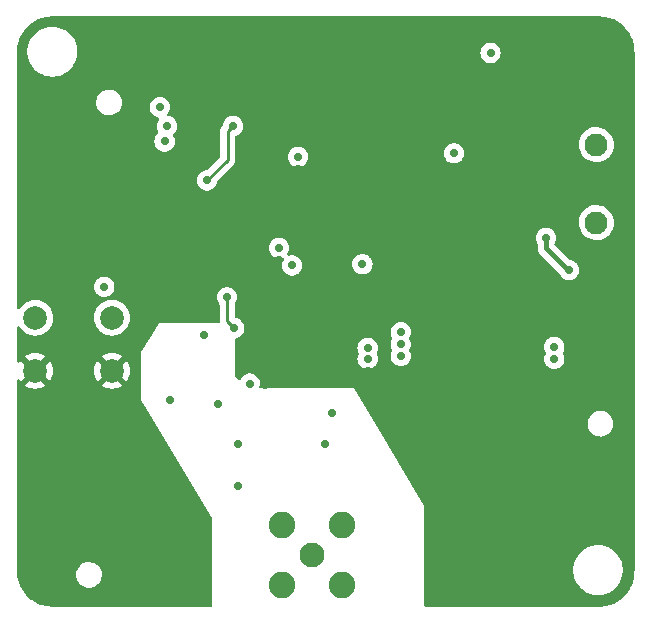
<source format=gbr>
%TF.GenerationSoftware,KiCad,Pcbnew,(6.0.4)*%
%TF.CreationDate,2022-08-12T18:00:06-03:00*%
%TF.ProjectId,rf-system-receiver,72662d73-7973-4746-956d-2d7265636569,rev?*%
%TF.SameCoordinates,Original*%
%TF.FileFunction,Copper,L4,Bot*%
%TF.FilePolarity,Positive*%
%FSLAX46Y46*%
G04 Gerber Fmt 4.6, Leading zero omitted, Abs format (unit mm)*
G04 Created by KiCad (PCBNEW (6.0.4)) date 2022-08-12 18:00:06*
%MOMM*%
%LPD*%
G01*
G04 APERTURE LIST*
%TA.AperFunction,ComponentPad*%
%ADD10C,2.000000*%
%TD*%
%TA.AperFunction,ComponentPad*%
%ADD11C,2.100000*%
%TD*%
%TA.AperFunction,ComponentPad*%
%ADD12C,2.250000*%
%TD*%
%TA.AperFunction,ComponentPad*%
%ADD13C,1.950000*%
%TD*%
%TA.AperFunction,ViaPad*%
%ADD14C,0.700000*%
%TD*%
%TA.AperFunction,Conductor*%
%ADD15C,0.250000*%
%TD*%
%TA.AperFunction,Conductor*%
%ADD16C,0.400000*%
%TD*%
G04 APERTURE END LIST*
D10*
%TO.P,SW1,1,1*%
%TO.N,NRST*%
X118050000Y-62020000D03*
X124550000Y-62020000D03*
%TO.P,SW1,2,2*%
%TO.N,GND*%
X124550000Y-66520000D03*
X118050000Y-66520000D03*
%TD*%
D11*
%TO.P,J2,1,1*%
%TO.N,Net-(C13-Pad2)*%
X141500000Y-82100000D03*
D12*
%TO.P,J2,2,2*%
%TO.N,GND*%
X144050000Y-84650000D03*
%TO.P,J2,3,3*%
X144050000Y-79550000D03*
%TO.P,J2,4,4*%
X138950000Y-79550000D03*
%TO.P,J2,5,5*%
X138950000Y-84650000D03*
%TD*%
D13*
%TO.P,J1,MH1*%
%TO.N,N/C*%
X165565000Y-53967500D03*
%TO.P,J1,MH2*%
X165565000Y-47367500D03*
%TD*%
D14*
%TO.N,GND*%
X120000000Y-47000000D03*
X120000000Y-51000000D03*
X120000000Y-55000000D03*
X120000000Y-59000000D03*
X119987016Y-69987016D03*
X165000000Y-73974032D03*
X157000000Y-70000000D03*
X161000000Y-82000000D03*
X161000000Y-78000000D03*
X161000000Y-74000000D03*
X157000000Y-74000000D03*
X157000000Y-78000000D03*
X156987016Y-82000000D03*
X132000000Y-82000000D03*
X128000000Y-74000000D03*
X128000000Y-78000000D03*
X128000000Y-82000000D03*
X123999999Y-82000000D03*
X124000000Y-78000000D03*
X123999055Y-74000000D03*
X124000000Y-70000000D03*
X137100000Y-58700000D03*
X146000000Y-62000000D03*
X158500000Y-58000000D03*
X138700000Y-57100000D03*
X132300000Y-63500000D03*
X153400000Y-45500000D03*
X140300000Y-49400000D03*
X146200000Y-66500000D03*
X129500000Y-69000000D03*
X137500000Y-67700000D03*
X133500000Y-69300000D03*
X160700000Y-44500000D03*
X125300000Y-48400000D03*
X122200000Y-54100000D03*
X135500000Y-66500000D03*
X134000000Y-41600000D03*
X162000000Y-67500000D03*
X143200000Y-70100000D03*
X142600000Y-72700000D03*
X132300000Y-45700000D03*
X131900000Y-42600000D03*
X158000000Y-59000000D03*
X144800000Y-63500000D03*
X135200000Y-76300000D03*
X135500000Y-61500000D03*
X154093750Y-54600000D03*
X125000000Y-55700000D03*
X153400000Y-37900000D03*
X146200000Y-67400000D03*
X127000000Y-48100000D03*
X153400000Y-43000000D03*
X141500000Y-47000000D03*
X123500000Y-57400000D03*
X158700000Y-45400000D03*
X135200000Y-72700000D03*
X127000000Y-62800000D03*
X161600000Y-48700000D03*
X161500000Y-68500000D03*
%TO.N,+3V3*%
X138700000Y-56100000D03*
X136200000Y-67600000D03*
X149000000Y-64250000D03*
X145750000Y-57500000D03*
X123900000Y-59400000D03*
X162000000Y-65500000D03*
X153500000Y-48100000D03*
X156600000Y-39600000D03*
X146200000Y-65500000D03*
X129000000Y-47100000D03*
X129200000Y-45800000D03*
X162000000Y-64500000D03*
X149000000Y-63250000D03*
X149000000Y-65250000D03*
X139800000Y-57600000D03*
X128600000Y-44200000D03*
X140300000Y-48400000D03*
X146200000Y-64600000D03*
%TO.N,NRST*%
X132600000Y-50400000D03*
X134800000Y-45800000D03*
%TO.N,+5V*%
X161300000Y-55250000D03*
X163250000Y-58000000D03*
%TO.N,SPI_MOSI*%
X134300000Y-60300000D03*
X134900000Y-62900000D03*
%TD*%
D15*
%TO.N,NRST*%
X134350000Y-46250000D02*
X134800000Y-45800000D01*
X134350000Y-47050000D02*
X134350000Y-46750000D01*
X134350000Y-46750000D02*
X134350000Y-46250000D01*
X134350000Y-48650000D02*
X134350000Y-47050000D01*
X132600000Y-50400000D02*
X134350000Y-48650000D01*
D16*
%TO.N,+5V*%
X163172500Y-58000000D02*
X161300000Y-56127500D01*
X161300000Y-56127500D02*
X161300000Y-55250000D01*
D15*
%TO.N,SPI_MOSI*%
X134300000Y-60300000D02*
X134300000Y-62300000D01*
X134300000Y-62300000D02*
X134900000Y-62900000D01*
%TD*%
%TA.AperFunction,Conductor*%
%TO.N,GND*%
G36*
X165770018Y-36510000D02*
G01*
X165784851Y-36512310D01*
X165784855Y-36512310D01*
X165793724Y-36513691D01*
X165812436Y-36511244D01*
X165835366Y-36510353D01*
X166106103Y-36524542D01*
X166119209Y-36525919D01*
X166334134Y-36559960D01*
X166415445Y-36572838D01*
X166428345Y-36575580D01*
X166573196Y-36614393D01*
X166718052Y-36653207D01*
X166730586Y-36657279D01*
X167010587Y-36764762D01*
X167022635Y-36770126D01*
X167289870Y-36906289D01*
X167301286Y-36912880D01*
X167552832Y-37076236D01*
X167563495Y-37083984D01*
X167796573Y-37272727D01*
X167806374Y-37281552D01*
X168018448Y-37493626D01*
X168027273Y-37503427D01*
X168187916Y-37701804D01*
X168216016Y-37736505D01*
X168223764Y-37747168D01*
X168306472Y-37874527D01*
X168387117Y-37998709D01*
X168393711Y-38010130D01*
X168529874Y-38277365D01*
X168535237Y-38289412D01*
X168630216Y-38536837D01*
X168642719Y-38569409D01*
X168646795Y-38581953D01*
X168724420Y-38871655D01*
X168727162Y-38884555D01*
X168761020Y-39098325D01*
X168774080Y-39180785D01*
X168775458Y-39193902D01*
X168789262Y-39457299D01*
X168787935Y-39483276D01*
X168787691Y-39484846D01*
X168787691Y-39484850D01*
X168786309Y-39493724D01*
X168787473Y-39502626D01*
X168787473Y-39502628D01*
X168790436Y-39525283D01*
X168791500Y-39541621D01*
X168791500Y-83450633D01*
X168790000Y-83470018D01*
X168787690Y-83484851D01*
X168787690Y-83484855D01*
X168786309Y-83493724D01*
X168788135Y-83507683D01*
X168788756Y-83512433D01*
X168789647Y-83535366D01*
X168775584Y-83803704D01*
X168775458Y-83806099D01*
X168774081Y-83819209D01*
X168768095Y-83857001D01*
X168727162Y-84115445D01*
X168724420Y-84128345D01*
X168695213Y-84237347D01*
X168647103Y-84416899D01*
X168646795Y-84418047D01*
X168642721Y-84430586D01*
X168539143Y-84700413D01*
X168535238Y-84710587D01*
X168529874Y-84722635D01*
X168393711Y-84989870D01*
X168387120Y-85001286D01*
X168223764Y-85252832D01*
X168216016Y-85263495D01*
X168027273Y-85496573D01*
X168018448Y-85506374D01*
X167806374Y-85718448D01*
X167796573Y-85727273D01*
X167563495Y-85916016D01*
X167552832Y-85923764D01*
X167301286Y-86087120D01*
X167289870Y-86093711D01*
X167022635Y-86229874D01*
X167010588Y-86235237D01*
X166730586Y-86342721D01*
X166718052Y-86346793D01*
X166573196Y-86385608D01*
X166428345Y-86424420D01*
X166415445Y-86427162D01*
X166334134Y-86440040D01*
X166119209Y-86474081D01*
X166106101Y-86475458D01*
X166030937Y-86479397D01*
X165842701Y-86489262D01*
X165816724Y-86487935D01*
X165815154Y-86487691D01*
X165815150Y-86487691D01*
X165806276Y-86486309D01*
X165797374Y-86487473D01*
X165797372Y-86487473D01*
X165782323Y-86489441D01*
X165774714Y-86490436D01*
X165758379Y-86491500D01*
X151126000Y-86491500D01*
X151057879Y-86471498D01*
X151011386Y-86417842D01*
X151000000Y-86365500D01*
X151000000Y-83532703D01*
X163590743Y-83532703D01*
X163591302Y-83536947D01*
X163591302Y-83536951D01*
X163599071Y-83595958D01*
X163628268Y-83817734D01*
X163629401Y-83821874D01*
X163629401Y-83821876D01*
X163650415Y-83898689D01*
X163704129Y-84095036D01*
X163816923Y-84359476D01*
X163891473Y-84484040D01*
X163959767Y-84598150D01*
X163964561Y-84606161D01*
X164144313Y-84830528D01*
X164267711Y-84947628D01*
X164312225Y-84989870D01*
X164352851Y-85028423D01*
X164586317Y-85196186D01*
X164590112Y-85198195D01*
X164590113Y-85198196D01*
X164611869Y-85209715D01*
X164840392Y-85330712D01*
X165110373Y-85429511D01*
X165391264Y-85490755D01*
X165419841Y-85493004D01*
X165614282Y-85508307D01*
X165614291Y-85508307D01*
X165616739Y-85508500D01*
X165772271Y-85508500D01*
X165774407Y-85508354D01*
X165774418Y-85508354D01*
X165982548Y-85494165D01*
X165982554Y-85494164D01*
X165986825Y-85493873D01*
X165991020Y-85493004D01*
X165991022Y-85493004D01*
X166127583Y-85464724D01*
X166268342Y-85435574D01*
X166539343Y-85339607D01*
X166794812Y-85207750D01*
X166798313Y-85205289D01*
X166798317Y-85205287D01*
X166912418Y-85125095D01*
X167030023Y-85042441D01*
X167129949Y-84949584D01*
X167237479Y-84849661D01*
X167237481Y-84849658D01*
X167240622Y-84846740D01*
X167422713Y-84624268D01*
X167572927Y-84379142D01*
X167688483Y-84115898D01*
X167767244Y-83839406D01*
X167807751Y-83554784D01*
X167807845Y-83536951D01*
X167809235Y-83271583D01*
X167809235Y-83271576D01*
X167809257Y-83267297D01*
X167805151Y-83236104D01*
X167772292Y-82986522D01*
X167771732Y-82982266D01*
X167695871Y-82704964D01*
X167583077Y-82440524D01*
X167435439Y-82193839D01*
X167255687Y-81969472D01*
X167047149Y-81771577D01*
X166813683Y-81603814D01*
X166791843Y-81592250D01*
X166768654Y-81579972D01*
X166559608Y-81469288D01*
X166289627Y-81370489D01*
X166008736Y-81309245D01*
X165977685Y-81306801D01*
X165785718Y-81291693D01*
X165785709Y-81291693D01*
X165783261Y-81291500D01*
X165627729Y-81291500D01*
X165625593Y-81291646D01*
X165625582Y-81291646D01*
X165417452Y-81305835D01*
X165417446Y-81305836D01*
X165413175Y-81306127D01*
X165408980Y-81306996D01*
X165408978Y-81306996D01*
X165272417Y-81335276D01*
X165131658Y-81364426D01*
X164860657Y-81460393D01*
X164605188Y-81592250D01*
X164601687Y-81594711D01*
X164601683Y-81594713D01*
X164591594Y-81601804D01*
X164369977Y-81757559D01*
X164159378Y-81953260D01*
X163977287Y-82175732D01*
X163827073Y-82420858D01*
X163711517Y-82684102D01*
X163710342Y-82688229D01*
X163710341Y-82688230D01*
X163702661Y-82715190D01*
X163632756Y-82960594D01*
X163592249Y-83245216D01*
X163592227Y-83249505D01*
X163592226Y-83249512D01*
X163590789Y-83523859D01*
X163590743Y-83532703D01*
X151000000Y-83532703D01*
X151000000Y-78000000D01*
X146782893Y-70971489D01*
X164811227Y-70971489D01*
X164813096Y-71000000D01*
X164824263Y-71170380D01*
X164873326Y-71363564D01*
X164875743Y-71368807D01*
X164912265Y-71448029D01*
X164956772Y-71544573D01*
X165071807Y-71707344D01*
X165214578Y-71846425D01*
X165380304Y-71957160D01*
X165385607Y-71959438D01*
X165385610Y-71959440D01*
X165558128Y-72033559D01*
X165563435Y-72035839D01*
X165635516Y-72052149D01*
X165752201Y-72078553D01*
X165752207Y-72078554D01*
X165757838Y-72079828D01*
X165763609Y-72080055D01*
X165763611Y-72080055D01*
X165824556Y-72082449D01*
X165957001Y-72087653D01*
X166056959Y-72073160D01*
X166148535Y-72059883D01*
X166148540Y-72059882D01*
X166154256Y-72059053D01*
X166159728Y-72057195D01*
X166159730Y-72057195D01*
X166337532Y-71996839D01*
X166337534Y-71996838D01*
X166342996Y-71994984D01*
X166516899Y-71897594D01*
X166670143Y-71770143D01*
X166797594Y-71616899D01*
X166894984Y-71442996D01*
X166959053Y-71254256D01*
X166959882Y-71248540D01*
X166959883Y-71248535D01*
X166976918Y-71131039D01*
X166987653Y-71057001D01*
X166989146Y-71000000D01*
X166970908Y-70801519D01*
X166916805Y-70609685D01*
X166903746Y-70583202D01*
X166831205Y-70436104D01*
X166828650Y-70430923D01*
X166709393Y-70271219D01*
X166563030Y-70135922D01*
X166558147Y-70132841D01*
X166558143Y-70132838D01*
X166399346Y-70032645D01*
X166399341Y-70032643D01*
X166394462Y-70029564D01*
X166209334Y-69955705D01*
X166013847Y-69916820D01*
X166008072Y-69916744D01*
X166008068Y-69916744D01*
X165908588Y-69915442D01*
X165814547Y-69914211D01*
X165808850Y-69915190D01*
X165808849Y-69915190D01*
X165792805Y-69917947D01*
X165618108Y-69947966D01*
X165431111Y-70016953D01*
X165259816Y-70118862D01*
X165109961Y-70250281D01*
X164986565Y-70406809D01*
X164893760Y-70583202D01*
X164834654Y-70773554D01*
X164811227Y-70971489D01*
X146782893Y-70971489D01*
X145000000Y-68000000D01*
X137146136Y-68000000D01*
X137078015Y-67979998D01*
X137031522Y-67926342D01*
X137021418Y-67856068D01*
X137026303Y-67835064D01*
X137042325Y-67785754D01*
X137042325Y-67785753D01*
X137044365Y-67779475D01*
X137063229Y-67600000D01*
X137044365Y-67420525D01*
X136988599Y-67248893D01*
X136981045Y-67235808D01*
X136901668Y-67098325D01*
X136898367Y-67092607D01*
X136777613Y-66958496D01*
X136631615Y-66852422D01*
X136625587Y-66849738D01*
X136625585Y-66849737D01*
X136472783Y-66781705D01*
X136472781Y-66781705D01*
X136466752Y-66779020D01*
X136378492Y-66760260D01*
X136296689Y-66742872D01*
X136296685Y-66742872D01*
X136290232Y-66741500D01*
X136109768Y-66741500D01*
X136103315Y-66742872D01*
X136103311Y-66742872D01*
X136021508Y-66760260D01*
X135933248Y-66779020D01*
X135927219Y-66781704D01*
X135927217Y-66781705D01*
X135774416Y-66849737D01*
X135774414Y-66849738D01*
X135768386Y-66852422D01*
X135763045Y-66856302D01*
X135763044Y-66856303D01*
X135627731Y-66954613D01*
X135627729Y-66954615D01*
X135622387Y-66958496D01*
X135501633Y-67092607D01*
X135498332Y-67098325D01*
X135434022Y-67209713D01*
X135382640Y-67258706D01*
X135312926Y-67272142D01*
X135247015Y-67245756D01*
X135235808Y-67235808D01*
X135036905Y-67036905D01*
X135002879Y-66974593D01*
X135000000Y-66947810D01*
X135000000Y-65500000D01*
X145336771Y-65500000D01*
X145337461Y-65506565D01*
X145353475Y-65658920D01*
X145355635Y-65679475D01*
X145357675Y-65685753D01*
X145357675Y-65685754D01*
X145384541Y-65768440D01*
X145411401Y-65851107D01*
X145501633Y-66007393D01*
X145622387Y-66141504D01*
X145627729Y-66145385D01*
X145627731Y-66145387D01*
X145635746Y-66151210D01*
X145768385Y-66247578D01*
X145774413Y-66250262D01*
X145774415Y-66250263D01*
X145859850Y-66288301D01*
X145933248Y-66320980D01*
X146021508Y-66339740D01*
X146103311Y-66357128D01*
X146103315Y-66357128D01*
X146109768Y-66358500D01*
X146290232Y-66358500D01*
X146296685Y-66357128D01*
X146296689Y-66357128D01*
X146378492Y-66339740D01*
X146466752Y-66320980D01*
X146540150Y-66288301D01*
X146625585Y-66250263D01*
X146625587Y-66250262D01*
X146631615Y-66247578D01*
X146764254Y-66151210D01*
X146772269Y-66145387D01*
X146772271Y-66145385D01*
X146777613Y-66141504D01*
X146898367Y-66007393D01*
X146988599Y-65851107D01*
X147015459Y-65768440D01*
X147042325Y-65685754D01*
X147042325Y-65685753D01*
X147044365Y-65679475D01*
X147046526Y-65658920D01*
X147062539Y-65506565D01*
X147063229Y-65500000D01*
X147044365Y-65320525D01*
X147033580Y-65287330D01*
X147021451Y-65250000D01*
X148136771Y-65250000D01*
X148155635Y-65429475D01*
X148211401Y-65601107D01*
X148301633Y-65757393D01*
X148422387Y-65891504D01*
X148568385Y-65997578D01*
X148574413Y-66000262D01*
X148574415Y-66000263D01*
X148601453Y-66012301D01*
X148733248Y-66070980D01*
X148821508Y-66089740D01*
X148903311Y-66107128D01*
X148903315Y-66107128D01*
X148909768Y-66108500D01*
X149090232Y-66108500D01*
X149096685Y-66107128D01*
X149096689Y-66107128D01*
X149178492Y-66089740D01*
X149266752Y-66070980D01*
X149398547Y-66012301D01*
X149425585Y-66000263D01*
X149425587Y-66000262D01*
X149431615Y-65997578D01*
X149577613Y-65891504D01*
X149698367Y-65757393D01*
X149788599Y-65601107D01*
X149821450Y-65500000D01*
X161136771Y-65500000D01*
X161137461Y-65506565D01*
X161153475Y-65658920D01*
X161155635Y-65679475D01*
X161157675Y-65685753D01*
X161157675Y-65685754D01*
X161184541Y-65768440D01*
X161211401Y-65851107D01*
X161301633Y-66007393D01*
X161422387Y-66141504D01*
X161427729Y-66145385D01*
X161427731Y-66145387D01*
X161435746Y-66151210D01*
X161568385Y-66247578D01*
X161574413Y-66250262D01*
X161574415Y-66250263D01*
X161659850Y-66288301D01*
X161733248Y-66320980D01*
X161821508Y-66339740D01*
X161903311Y-66357128D01*
X161903315Y-66357128D01*
X161909768Y-66358500D01*
X162090232Y-66358500D01*
X162096685Y-66357128D01*
X162096689Y-66357128D01*
X162178492Y-66339740D01*
X162266752Y-66320980D01*
X162340150Y-66288301D01*
X162425585Y-66250263D01*
X162425587Y-66250262D01*
X162431615Y-66247578D01*
X162564254Y-66151210D01*
X162572269Y-66145387D01*
X162572271Y-66145385D01*
X162577613Y-66141504D01*
X162698367Y-66007393D01*
X162788599Y-65851107D01*
X162815459Y-65768440D01*
X162842325Y-65685754D01*
X162842325Y-65685753D01*
X162844365Y-65679475D01*
X162846526Y-65658920D01*
X162862539Y-65506565D01*
X162863229Y-65500000D01*
X162844365Y-65320525D01*
X162833580Y-65287330D01*
X162790641Y-65155178D01*
X162788599Y-65148893D01*
X162739007Y-65062998D01*
X162722270Y-64994005D01*
X162739007Y-64937002D01*
X162788599Y-64851107D01*
X162844365Y-64679475D01*
X162863229Y-64500000D01*
X162844365Y-64320525D01*
X162788599Y-64148893D01*
X162759404Y-64098325D01*
X162701668Y-63998325D01*
X162698367Y-63992607D01*
X162667654Y-63958496D01*
X162582035Y-63863407D01*
X162582034Y-63863406D01*
X162577613Y-63858496D01*
X162565558Y-63849737D01*
X162436957Y-63756303D01*
X162436956Y-63756302D01*
X162431615Y-63752422D01*
X162425587Y-63749738D01*
X162425585Y-63749737D01*
X162272783Y-63681705D01*
X162272781Y-63681705D01*
X162266752Y-63679020D01*
X162178492Y-63660260D01*
X162096689Y-63642872D01*
X162096685Y-63642872D01*
X162090232Y-63641500D01*
X161909768Y-63641500D01*
X161903315Y-63642872D01*
X161903311Y-63642872D01*
X161821508Y-63660260D01*
X161733248Y-63679020D01*
X161727219Y-63681704D01*
X161727217Y-63681705D01*
X161574416Y-63749737D01*
X161574414Y-63749738D01*
X161568386Y-63752422D01*
X161563045Y-63756302D01*
X161563044Y-63756303D01*
X161427731Y-63854613D01*
X161427729Y-63854615D01*
X161422387Y-63858496D01*
X161417966Y-63863406D01*
X161417965Y-63863407D01*
X161332347Y-63958496D01*
X161301633Y-63992607D01*
X161298332Y-63998325D01*
X161240597Y-64098325D01*
X161211401Y-64148893D01*
X161155635Y-64320525D01*
X161136771Y-64500000D01*
X161155635Y-64679475D01*
X161211401Y-64851107D01*
X161260993Y-64937002D01*
X161277730Y-65005995D01*
X161260993Y-65062998D01*
X161211401Y-65148893D01*
X161209359Y-65155178D01*
X161166421Y-65287330D01*
X161155635Y-65320525D01*
X161136771Y-65500000D01*
X149821450Y-65500000D01*
X149844365Y-65429475D01*
X149863229Y-65250000D01*
X149862539Y-65243435D01*
X149845055Y-65077089D01*
X149845055Y-65077088D01*
X149844365Y-65070525D01*
X149788599Y-64898893D01*
X149739007Y-64812998D01*
X149722270Y-64744005D01*
X149739007Y-64687002D01*
X149788599Y-64601107D01*
X149844365Y-64429475D01*
X149863229Y-64250000D01*
X149852602Y-64148893D01*
X149845055Y-64077089D01*
X149845055Y-64077088D01*
X149844365Y-64070525D01*
X149817454Y-63987699D01*
X149790641Y-63905178D01*
X149788599Y-63898893D01*
X149739007Y-63812998D01*
X149722270Y-63744005D01*
X149739007Y-63687002D01*
X149788599Y-63601107D01*
X149817103Y-63513380D01*
X149842325Y-63435754D01*
X149842325Y-63435753D01*
X149844365Y-63429475D01*
X149863229Y-63250000D01*
X149844365Y-63070525D01*
X149788599Y-62898893D01*
X149698367Y-62742607D01*
X149672282Y-62713636D01*
X149582035Y-62613407D01*
X149582034Y-62613406D01*
X149577613Y-62608496D01*
X149537791Y-62579563D01*
X149436957Y-62506303D01*
X149436956Y-62506302D01*
X149431615Y-62502422D01*
X149425587Y-62499738D01*
X149425585Y-62499737D01*
X149272783Y-62431705D01*
X149272781Y-62431705D01*
X149266752Y-62429020D01*
X149178492Y-62410260D01*
X149096689Y-62392872D01*
X149096685Y-62392872D01*
X149090232Y-62391500D01*
X148909768Y-62391500D01*
X148903315Y-62392872D01*
X148903311Y-62392872D01*
X148821508Y-62410260D01*
X148733248Y-62429020D01*
X148727219Y-62431704D01*
X148727217Y-62431705D01*
X148574416Y-62499737D01*
X148574414Y-62499738D01*
X148568386Y-62502422D01*
X148563045Y-62506302D01*
X148563044Y-62506303D01*
X148427731Y-62604613D01*
X148427729Y-62604615D01*
X148422387Y-62608496D01*
X148417966Y-62613406D01*
X148417965Y-62613407D01*
X148327719Y-62713636D01*
X148301633Y-62742607D01*
X148211401Y-62898893D01*
X148155635Y-63070525D01*
X148136771Y-63250000D01*
X148155635Y-63429475D01*
X148157675Y-63435753D01*
X148157675Y-63435754D01*
X148182897Y-63513380D01*
X148211401Y-63601107D01*
X148260993Y-63687002D01*
X148277730Y-63755995D01*
X148260993Y-63812998D01*
X148211401Y-63898893D01*
X148209359Y-63905178D01*
X148182547Y-63987699D01*
X148155635Y-64070525D01*
X148154945Y-64077088D01*
X148154945Y-64077089D01*
X148147398Y-64148893D01*
X148136771Y-64250000D01*
X148155635Y-64429475D01*
X148211401Y-64601107D01*
X148260993Y-64687002D01*
X148277730Y-64755995D01*
X148260993Y-64812998D01*
X148211401Y-64898893D01*
X148155635Y-65070525D01*
X148154945Y-65077088D01*
X148154945Y-65077089D01*
X148137461Y-65243435D01*
X148136771Y-65250000D01*
X147021451Y-65250000D01*
X146990641Y-65155178D01*
X146988599Y-65148893D01*
X146967876Y-65113000D01*
X146951138Y-65044005D01*
X146967876Y-64987000D01*
X146985295Y-64956830D01*
X146985296Y-64956829D01*
X146988599Y-64951107D01*
X147044365Y-64779475D01*
X147063229Y-64600000D01*
X147044365Y-64420525D01*
X146988599Y-64248893D01*
X146898367Y-64092607D01*
X146803908Y-63987699D01*
X146782035Y-63963407D01*
X146782034Y-63963406D01*
X146777613Y-63958496D01*
X146704228Y-63905178D01*
X146636957Y-63856303D01*
X146636956Y-63856302D01*
X146631615Y-63852422D01*
X146625587Y-63849738D01*
X146625585Y-63849737D01*
X146472783Y-63781705D01*
X146472781Y-63781705D01*
X146466752Y-63779020D01*
X146359876Y-63756303D01*
X146296689Y-63742872D01*
X146296685Y-63742872D01*
X146290232Y-63741500D01*
X146109768Y-63741500D01*
X146103315Y-63742872D01*
X146103311Y-63742872D01*
X146040124Y-63756303D01*
X145933248Y-63779020D01*
X145927219Y-63781704D01*
X145927217Y-63781705D01*
X145774416Y-63849737D01*
X145774414Y-63849738D01*
X145768386Y-63852422D01*
X145763045Y-63856302D01*
X145763044Y-63856303D01*
X145627731Y-63954613D01*
X145627729Y-63954615D01*
X145622387Y-63958496D01*
X145617966Y-63963406D01*
X145617965Y-63963407D01*
X145596093Y-63987699D01*
X145501633Y-64092607D01*
X145411401Y-64248893D01*
X145355635Y-64420525D01*
X145336771Y-64600000D01*
X145355635Y-64779475D01*
X145411401Y-64951107D01*
X145414704Y-64956829D01*
X145414705Y-64956830D01*
X145432124Y-64987000D01*
X145448862Y-65055995D01*
X145432124Y-65113000D01*
X145411401Y-65148893D01*
X145409359Y-65155178D01*
X145366421Y-65287330D01*
X145355635Y-65320525D01*
X145336771Y-65500000D01*
X135000000Y-65500000D01*
X135000000Y-63858457D01*
X135020002Y-63790336D01*
X135073658Y-63743843D01*
X135099804Y-63735210D01*
X135160294Y-63722353D01*
X135160297Y-63722352D01*
X135166752Y-63720980D01*
X135172783Y-63718295D01*
X135325585Y-63650263D01*
X135325587Y-63650262D01*
X135331615Y-63647578D01*
X135336957Y-63643697D01*
X135472269Y-63545387D01*
X135472271Y-63545385D01*
X135477613Y-63541504D01*
X135482035Y-63536593D01*
X135593948Y-63412301D01*
X135593949Y-63412300D01*
X135598367Y-63407393D01*
X135688599Y-63251107D01*
X135744365Y-63079475D01*
X135763229Y-62900000D01*
X135744365Y-62720525D01*
X135739959Y-62706963D01*
X135690641Y-62555178D01*
X135688599Y-62548893D01*
X135598367Y-62392607D01*
X135559788Y-62349760D01*
X135482035Y-62263407D01*
X135482034Y-62263406D01*
X135477613Y-62258496D01*
X135468366Y-62251777D01*
X135336957Y-62156303D01*
X135336956Y-62156302D01*
X135331615Y-62152422D01*
X135325587Y-62149738D01*
X135325585Y-62149737D01*
X135172783Y-62081705D01*
X135172781Y-62081705D01*
X135166752Y-62079020D01*
X135160297Y-62077648D01*
X135160294Y-62077647D01*
X135033304Y-62050655D01*
X134970830Y-62016927D01*
X134936508Y-61954777D01*
X134933500Y-61927408D01*
X134933500Y-60927802D01*
X134953502Y-60859681D01*
X134965864Y-60843491D01*
X134993948Y-60812301D01*
X134993949Y-60812300D01*
X134998367Y-60807393D01*
X135088599Y-60651107D01*
X135144365Y-60479475D01*
X135163229Y-60300000D01*
X135155068Y-60222352D01*
X135145055Y-60127089D01*
X135145055Y-60127088D01*
X135144365Y-60120525D01*
X135088599Y-59948893D01*
X134998367Y-59792607D01*
X134877613Y-59658496D01*
X134777493Y-59585754D01*
X134736957Y-59556303D01*
X134736956Y-59556302D01*
X134731615Y-59552422D01*
X134725587Y-59549738D01*
X134725585Y-59549737D01*
X134572783Y-59481705D01*
X134572781Y-59481705D01*
X134566752Y-59479020D01*
X134478492Y-59460260D01*
X134396689Y-59442872D01*
X134396685Y-59442872D01*
X134390232Y-59441500D01*
X134209768Y-59441500D01*
X134203315Y-59442872D01*
X134203311Y-59442872D01*
X134121508Y-59460260D01*
X134033248Y-59479020D01*
X134027219Y-59481704D01*
X134027217Y-59481705D01*
X133874416Y-59549737D01*
X133874414Y-59549738D01*
X133868386Y-59552422D01*
X133863045Y-59556302D01*
X133863044Y-59556303D01*
X133727731Y-59654613D01*
X133727729Y-59654615D01*
X133722387Y-59658496D01*
X133601633Y-59792607D01*
X133511401Y-59948893D01*
X133455635Y-60120525D01*
X133454945Y-60127088D01*
X133454945Y-60127089D01*
X133444932Y-60222352D01*
X133436771Y-60300000D01*
X133455635Y-60479475D01*
X133511401Y-60651107D01*
X133601633Y-60807393D01*
X133606051Y-60812300D01*
X133606052Y-60812301D01*
X133634136Y-60843491D01*
X133664853Y-60907499D01*
X133666500Y-60927802D01*
X133666500Y-62221233D01*
X133665973Y-62232416D01*
X133664298Y-62239909D01*
X133664547Y-62247835D01*
X133664547Y-62247836D01*
X133666438Y-62307986D01*
X133666500Y-62311945D01*
X133666500Y-62339856D01*
X133666997Y-62343790D01*
X133666997Y-62343791D01*
X133667005Y-62343856D01*
X133667938Y-62355697D01*
X133668389Y-62370040D01*
X133650538Y-62438756D01*
X133598370Y-62486912D01*
X133542451Y-62500000D01*
X128500000Y-62500000D01*
X127923844Y-63460260D01*
X127037801Y-64936999D01*
X127000000Y-65000000D01*
X127000000Y-69000000D01*
X127008812Y-69014686D01*
X127008812Y-69014687D01*
X132982044Y-78970073D01*
X133000000Y-79034899D01*
X133000000Y-86365500D01*
X132979998Y-86433621D01*
X132926342Y-86480114D01*
X132874000Y-86491500D01*
X119549367Y-86491500D01*
X119529982Y-86490000D01*
X119515149Y-86487690D01*
X119515145Y-86487690D01*
X119506276Y-86486309D01*
X119487564Y-86488756D01*
X119464634Y-86489647D01*
X119193897Y-86475458D01*
X119180791Y-86474081D01*
X118965866Y-86440040D01*
X118884555Y-86427162D01*
X118871655Y-86424420D01*
X118726804Y-86385608D01*
X118581948Y-86346793D01*
X118569414Y-86342721D01*
X118289412Y-86235237D01*
X118277365Y-86229874D01*
X118010130Y-86093711D01*
X117998714Y-86087120D01*
X117747168Y-85923764D01*
X117736505Y-85916016D01*
X117503427Y-85727273D01*
X117493626Y-85718448D01*
X117281552Y-85506374D01*
X117272727Y-85496573D01*
X117083984Y-85263495D01*
X117076236Y-85252832D01*
X116912880Y-85001286D01*
X116906289Y-84989870D01*
X116770126Y-84722635D01*
X116764762Y-84710587D01*
X116760857Y-84700413D01*
X116657279Y-84430586D01*
X116653205Y-84418047D01*
X116652898Y-84416899D01*
X116604787Y-84237347D01*
X116575580Y-84128345D01*
X116572838Y-84115445D01*
X116531905Y-83857001D01*
X116525919Y-83819209D01*
X116524542Y-83806098D01*
X116524223Y-83800000D01*
X116522729Y-83771489D01*
X121511227Y-83771489D01*
X121511605Y-83777255D01*
X121513096Y-83799999D01*
X121513096Y-83800000D01*
X121517701Y-83870253D01*
X121524263Y-83970380D01*
X121525684Y-83975976D01*
X121525685Y-83975981D01*
X121560172Y-84111770D01*
X121573326Y-84163564D01*
X121575743Y-84168807D01*
X121612265Y-84248029D01*
X121656772Y-84344573D01*
X121771807Y-84507344D01*
X121914578Y-84646425D01*
X122080304Y-84757160D01*
X122085607Y-84759438D01*
X122085610Y-84759440D01*
X122258128Y-84833559D01*
X122263435Y-84835839D01*
X122335516Y-84852149D01*
X122452201Y-84878553D01*
X122452207Y-84878554D01*
X122457838Y-84879828D01*
X122463609Y-84880055D01*
X122463611Y-84880055D01*
X122524556Y-84882449D01*
X122657001Y-84887653D01*
X122756959Y-84873160D01*
X122848535Y-84859883D01*
X122848540Y-84859882D01*
X122854256Y-84859053D01*
X122859728Y-84857195D01*
X122859730Y-84857195D01*
X123037532Y-84796839D01*
X123037534Y-84796838D01*
X123042996Y-84794984D01*
X123216899Y-84697594D01*
X123370143Y-84570143D01*
X123497594Y-84416899D01*
X123594984Y-84242996D01*
X123636794Y-84119830D01*
X123657195Y-84059730D01*
X123657195Y-84059728D01*
X123659053Y-84054256D01*
X123659882Y-84048540D01*
X123659883Y-84048535D01*
X123676918Y-83931039D01*
X123687653Y-83857001D01*
X123689146Y-83800000D01*
X123670908Y-83601519D01*
X123666759Y-83586805D01*
X123618373Y-83415244D01*
X123618372Y-83415242D01*
X123616805Y-83409685D01*
X123603746Y-83383202D01*
X123531205Y-83236104D01*
X123528650Y-83230923D01*
X123409393Y-83071219D01*
X123317769Y-82986522D01*
X123267275Y-82939846D01*
X123263030Y-82935922D01*
X123258147Y-82932841D01*
X123258143Y-82932838D01*
X123099346Y-82832645D01*
X123099341Y-82832643D01*
X123094462Y-82829564D01*
X122909334Y-82755705D01*
X122713847Y-82716820D01*
X122708072Y-82716744D01*
X122708068Y-82716744D01*
X122608588Y-82715442D01*
X122514547Y-82714211D01*
X122508850Y-82715190D01*
X122508849Y-82715190D01*
X122492805Y-82717947D01*
X122318108Y-82747966D01*
X122131111Y-82816953D01*
X121959816Y-82918862D01*
X121809961Y-83050281D01*
X121686565Y-83206809D01*
X121683876Y-83211920D01*
X121683874Y-83211923D01*
X121654741Y-83267297D01*
X121593760Y-83383202D01*
X121585537Y-83409685D01*
X121546020Y-83536951D01*
X121534654Y-83573554D01*
X121511227Y-83771489D01*
X116522729Y-83771489D01*
X116510932Y-83546409D01*
X116512505Y-83518915D01*
X116513576Y-83512552D01*
X116513729Y-83500000D01*
X116509773Y-83472376D01*
X116508500Y-83454514D01*
X116508500Y-67752670D01*
X117182160Y-67752670D01*
X117187887Y-67760320D01*
X117359042Y-67865205D01*
X117367837Y-67869687D01*
X117577988Y-67956734D01*
X117587373Y-67959783D01*
X117808554Y-68012885D01*
X117818301Y-68014428D01*
X118045070Y-68032275D01*
X118054930Y-68032275D01*
X118281699Y-68014428D01*
X118291446Y-68012885D01*
X118512627Y-67959783D01*
X118522012Y-67956734D01*
X118732163Y-67869687D01*
X118740958Y-67865205D01*
X118908445Y-67762568D01*
X118917400Y-67752670D01*
X123682160Y-67752670D01*
X123687887Y-67760320D01*
X123859042Y-67865205D01*
X123867837Y-67869687D01*
X124077988Y-67956734D01*
X124087373Y-67959783D01*
X124308554Y-68012885D01*
X124318301Y-68014428D01*
X124545070Y-68032275D01*
X124554930Y-68032275D01*
X124781699Y-68014428D01*
X124791446Y-68012885D01*
X125012627Y-67959783D01*
X125022012Y-67956734D01*
X125232163Y-67869687D01*
X125240958Y-67865205D01*
X125408445Y-67762568D01*
X125417907Y-67752110D01*
X125414124Y-67743334D01*
X124562812Y-66892022D01*
X124548868Y-66884408D01*
X124547035Y-66884539D01*
X124540420Y-66888790D01*
X123688920Y-67740290D01*
X123682160Y-67752670D01*
X118917400Y-67752670D01*
X118917907Y-67752110D01*
X118914124Y-67743334D01*
X118062812Y-66892022D01*
X118048868Y-66884408D01*
X118047035Y-66884539D01*
X118040420Y-66888790D01*
X117188920Y-67740290D01*
X117182160Y-67752670D01*
X116508500Y-67752670D01*
X116508500Y-67337395D01*
X116528502Y-67269274D01*
X116582158Y-67222781D01*
X116652432Y-67212677D01*
X116717012Y-67242171D01*
X116741932Y-67271560D01*
X116807432Y-67378445D01*
X116817890Y-67387907D01*
X116826666Y-67384124D01*
X117677978Y-66532812D01*
X117684356Y-66521132D01*
X118414408Y-66521132D01*
X118414539Y-66522965D01*
X118418790Y-66529580D01*
X119270290Y-67381080D01*
X119282670Y-67387840D01*
X119290320Y-67382113D01*
X119395205Y-67210958D01*
X119399687Y-67202163D01*
X119486734Y-66992012D01*
X119489783Y-66982627D01*
X119542885Y-66761446D01*
X119544428Y-66751699D01*
X119562275Y-66524930D01*
X123037725Y-66524930D01*
X123055572Y-66751699D01*
X123057115Y-66761446D01*
X123110217Y-66982627D01*
X123113266Y-66992012D01*
X123200313Y-67202163D01*
X123204795Y-67210958D01*
X123307432Y-67378445D01*
X123317890Y-67387907D01*
X123326666Y-67384124D01*
X124177978Y-66532812D01*
X124184356Y-66521132D01*
X124914408Y-66521132D01*
X124914539Y-66522965D01*
X124918790Y-66529580D01*
X125770290Y-67381080D01*
X125782670Y-67387840D01*
X125790320Y-67382113D01*
X125895205Y-67210958D01*
X125899687Y-67202163D01*
X125986734Y-66992012D01*
X125989783Y-66982627D01*
X126042885Y-66761446D01*
X126044428Y-66751699D01*
X126062275Y-66524930D01*
X126062275Y-66515070D01*
X126044428Y-66288301D01*
X126042885Y-66278554D01*
X125989783Y-66057373D01*
X125986734Y-66047988D01*
X125899687Y-65837837D01*
X125895205Y-65829042D01*
X125792568Y-65661555D01*
X125782110Y-65652093D01*
X125773334Y-65655876D01*
X124922022Y-66507188D01*
X124914408Y-66521132D01*
X124184356Y-66521132D01*
X124185592Y-66518868D01*
X124185461Y-66517035D01*
X124181210Y-66510420D01*
X123329710Y-65658920D01*
X123317330Y-65652160D01*
X123309680Y-65657887D01*
X123204795Y-65829042D01*
X123200313Y-65837837D01*
X123113266Y-66047988D01*
X123110217Y-66057373D01*
X123057115Y-66278554D01*
X123055572Y-66288301D01*
X123037725Y-66515070D01*
X123037725Y-66524930D01*
X119562275Y-66524930D01*
X119562275Y-66515070D01*
X119544428Y-66288301D01*
X119542885Y-66278554D01*
X119489783Y-66057373D01*
X119486734Y-66047988D01*
X119399687Y-65837837D01*
X119395205Y-65829042D01*
X119292568Y-65661555D01*
X119282110Y-65652093D01*
X119273334Y-65655876D01*
X118422022Y-66507188D01*
X118414408Y-66521132D01*
X117684356Y-66521132D01*
X117685592Y-66518868D01*
X117685461Y-66517035D01*
X117681210Y-66510420D01*
X116829710Y-65658920D01*
X116817330Y-65652160D01*
X116809680Y-65657887D01*
X116741932Y-65768440D01*
X116689285Y-65816072D01*
X116619243Y-65827678D01*
X116554046Y-65799574D01*
X116514392Y-65740684D01*
X116508500Y-65702605D01*
X116508500Y-65287890D01*
X117182093Y-65287890D01*
X117185876Y-65296666D01*
X118037188Y-66147978D01*
X118051132Y-66155592D01*
X118052965Y-66155461D01*
X118059580Y-66151210D01*
X118911080Y-65299710D01*
X118917534Y-65287890D01*
X123682093Y-65287890D01*
X123685876Y-65296666D01*
X124537188Y-66147978D01*
X124551132Y-66155592D01*
X124552965Y-66155461D01*
X124559580Y-66151210D01*
X125411080Y-65299710D01*
X125417840Y-65287330D01*
X125412113Y-65279680D01*
X125240958Y-65174795D01*
X125232163Y-65170313D01*
X125022012Y-65083266D01*
X125012627Y-65080217D01*
X124791446Y-65027115D01*
X124781699Y-65025572D01*
X124554930Y-65007725D01*
X124545070Y-65007725D01*
X124318301Y-65025572D01*
X124308554Y-65027115D01*
X124087373Y-65080217D01*
X124077988Y-65083266D01*
X123867837Y-65170313D01*
X123859042Y-65174795D01*
X123691555Y-65277432D01*
X123682093Y-65287890D01*
X118917534Y-65287890D01*
X118917840Y-65287330D01*
X118912113Y-65279680D01*
X118740958Y-65174795D01*
X118732163Y-65170313D01*
X118522012Y-65083266D01*
X118512627Y-65080217D01*
X118291446Y-65027115D01*
X118281699Y-65025572D01*
X118054930Y-65007725D01*
X118045070Y-65007725D01*
X117818301Y-65025572D01*
X117808554Y-65027115D01*
X117587373Y-65080217D01*
X117577988Y-65083266D01*
X117367837Y-65170313D01*
X117359042Y-65174795D01*
X117191555Y-65277432D01*
X117182093Y-65287890D01*
X116508500Y-65287890D01*
X116508500Y-62838354D01*
X116528502Y-62770233D01*
X116582158Y-62723740D01*
X116652432Y-62713636D01*
X116717012Y-62743130D01*
X116741933Y-62772519D01*
X116823241Y-62905202D01*
X116823245Y-62905208D01*
X116825824Y-62909416D01*
X116980031Y-63089969D01*
X117160584Y-63244176D01*
X117164792Y-63246755D01*
X117164798Y-63246759D01*
X117358817Y-63365654D01*
X117363037Y-63368240D01*
X117367607Y-63370133D01*
X117367611Y-63370135D01*
X117457561Y-63407393D01*
X117582406Y-63459105D01*
X117662609Y-63478360D01*
X117808476Y-63513380D01*
X117808482Y-63513381D01*
X117813289Y-63514535D01*
X118050000Y-63533165D01*
X118286711Y-63514535D01*
X118291518Y-63513381D01*
X118291524Y-63513380D01*
X118437391Y-63478360D01*
X118517594Y-63459105D01*
X118642439Y-63407393D01*
X118732389Y-63370135D01*
X118732393Y-63370133D01*
X118736963Y-63368240D01*
X118741183Y-63365654D01*
X118935202Y-63246759D01*
X118935208Y-63246755D01*
X118939416Y-63244176D01*
X119119969Y-63089969D01*
X119274176Y-62909416D01*
X119276755Y-62905208D01*
X119276759Y-62905202D01*
X119395654Y-62711183D01*
X119398240Y-62706963D01*
X119440635Y-62604613D01*
X119487211Y-62492167D01*
X119487212Y-62492165D01*
X119489105Y-62487594D01*
X119522196Y-62349760D01*
X119543380Y-62261524D01*
X119543381Y-62261518D01*
X119544535Y-62256711D01*
X119563165Y-62020000D01*
X123036835Y-62020000D01*
X123055465Y-62256711D01*
X123056619Y-62261518D01*
X123056620Y-62261524D01*
X123077804Y-62349760D01*
X123110895Y-62487594D01*
X123112788Y-62492165D01*
X123112789Y-62492167D01*
X123159366Y-62604613D01*
X123201760Y-62706963D01*
X123204346Y-62711183D01*
X123323241Y-62905202D01*
X123323245Y-62905208D01*
X123325824Y-62909416D01*
X123480031Y-63089969D01*
X123660584Y-63244176D01*
X123664792Y-63246755D01*
X123664798Y-63246759D01*
X123858817Y-63365654D01*
X123863037Y-63368240D01*
X123867607Y-63370133D01*
X123867611Y-63370135D01*
X123957561Y-63407393D01*
X124082406Y-63459105D01*
X124162609Y-63478360D01*
X124308476Y-63513380D01*
X124308482Y-63513381D01*
X124313289Y-63514535D01*
X124550000Y-63533165D01*
X124786711Y-63514535D01*
X124791518Y-63513381D01*
X124791524Y-63513380D01*
X124937391Y-63478360D01*
X125017594Y-63459105D01*
X125142439Y-63407393D01*
X125232389Y-63370135D01*
X125232393Y-63370133D01*
X125236963Y-63368240D01*
X125241183Y-63365654D01*
X125435202Y-63246759D01*
X125435208Y-63246755D01*
X125439416Y-63244176D01*
X125619969Y-63089969D01*
X125774176Y-62909416D01*
X125776755Y-62905208D01*
X125776759Y-62905202D01*
X125895654Y-62711183D01*
X125898240Y-62706963D01*
X125940635Y-62604613D01*
X125987211Y-62492167D01*
X125987212Y-62492165D01*
X125989105Y-62487594D01*
X126022196Y-62349760D01*
X126043380Y-62261524D01*
X126043381Y-62261518D01*
X126044535Y-62256711D01*
X126063165Y-62020000D01*
X126044535Y-61783289D01*
X125989105Y-61552406D01*
X125898240Y-61333037D01*
X125894368Y-61326719D01*
X125776759Y-61134798D01*
X125776755Y-61134792D01*
X125774176Y-61130584D01*
X125619969Y-60950031D01*
X125439416Y-60795824D01*
X125435208Y-60793245D01*
X125435202Y-60793241D01*
X125241183Y-60674346D01*
X125236963Y-60671760D01*
X125232393Y-60669867D01*
X125232389Y-60669865D01*
X125022167Y-60582789D01*
X125022165Y-60582788D01*
X125017594Y-60580895D01*
X124937391Y-60561640D01*
X124791524Y-60526620D01*
X124791518Y-60526619D01*
X124786711Y-60525465D01*
X124550000Y-60506835D01*
X124313289Y-60525465D01*
X124308482Y-60526619D01*
X124308476Y-60526620D01*
X124162609Y-60561640D01*
X124082406Y-60580895D01*
X124077835Y-60582788D01*
X124077833Y-60582789D01*
X123867611Y-60669865D01*
X123867607Y-60669867D01*
X123863037Y-60671760D01*
X123858817Y-60674346D01*
X123664798Y-60793241D01*
X123664792Y-60793245D01*
X123660584Y-60795824D01*
X123480031Y-60950031D01*
X123325824Y-61130584D01*
X123323245Y-61134792D01*
X123323241Y-61134798D01*
X123205632Y-61326719D01*
X123201760Y-61333037D01*
X123110895Y-61552406D01*
X123055465Y-61783289D01*
X123036835Y-62020000D01*
X119563165Y-62020000D01*
X119544535Y-61783289D01*
X119489105Y-61552406D01*
X119398240Y-61333037D01*
X119394368Y-61326719D01*
X119276759Y-61134798D01*
X119276755Y-61134792D01*
X119274176Y-61130584D01*
X119119969Y-60950031D01*
X118939416Y-60795824D01*
X118935208Y-60793245D01*
X118935202Y-60793241D01*
X118741183Y-60674346D01*
X118736963Y-60671760D01*
X118732393Y-60669867D01*
X118732389Y-60669865D01*
X118522167Y-60582789D01*
X118522165Y-60582788D01*
X118517594Y-60580895D01*
X118437391Y-60561640D01*
X118291524Y-60526620D01*
X118291518Y-60526619D01*
X118286711Y-60525465D01*
X118050000Y-60506835D01*
X117813289Y-60525465D01*
X117808482Y-60526619D01*
X117808476Y-60526620D01*
X117662609Y-60561640D01*
X117582406Y-60580895D01*
X117577835Y-60582788D01*
X117577833Y-60582789D01*
X117367611Y-60669865D01*
X117367607Y-60669867D01*
X117363037Y-60671760D01*
X117358817Y-60674346D01*
X117164798Y-60793241D01*
X117164792Y-60793245D01*
X117160584Y-60795824D01*
X116980031Y-60950031D01*
X116825824Y-61130584D01*
X116823245Y-61134792D01*
X116823241Y-61134798D01*
X116741933Y-61267481D01*
X116689285Y-61315112D01*
X116619243Y-61326719D01*
X116554046Y-61298616D01*
X116514392Y-61239725D01*
X116508500Y-61201646D01*
X116508500Y-59400000D01*
X123036771Y-59400000D01*
X123037461Y-59406565D01*
X123052792Y-59552422D01*
X123055635Y-59579475D01*
X123111401Y-59751107D01*
X123201633Y-59907393D01*
X123322387Y-60041504D01*
X123327729Y-60045385D01*
X123327731Y-60045387D01*
X123431150Y-60120525D01*
X123468385Y-60147578D01*
X123474413Y-60150262D01*
X123474415Y-60150263D01*
X123627217Y-60218295D01*
X123633248Y-60220980D01*
X123721508Y-60239740D01*
X123803311Y-60257128D01*
X123803315Y-60257128D01*
X123809768Y-60258500D01*
X123990232Y-60258500D01*
X123996685Y-60257128D01*
X123996689Y-60257128D01*
X124078492Y-60239740D01*
X124166752Y-60220980D01*
X124172783Y-60218295D01*
X124325585Y-60150263D01*
X124325587Y-60150262D01*
X124331615Y-60147578D01*
X124368850Y-60120525D01*
X124472269Y-60045387D01*
X124472271Y-60045385D01*
X124477613Y-60041504D01*
X124598367Y-59907393D01*
X124688599Y-59751107D01*
X124744365Y-59579475D01*
X124747209Y-59552422D01*
X124762539Y-59406565D01*
X124763229Y-59400000D01*
X124744365Y-59220525D01*
X124688599Y-59048893D01*
X124598367Y-58892607D01*
X124477613Y-58758496D01*
X124466282Y-58750263D01*
X124336957Y-58656303D01*
X124336956Y-58656302D01*
X124331615Y-58652422D01*
X124325587Y-58649738D01*
X124325585Y-58649737D01*
X124172783Y-58581705D01*
X124172781Y-58581705D01*
X124166752Y-58579020D01*
X124078492Y-58560260D01*
X123996689Y-58542872D01*
X123996685Y-58542872D01*
X123990232Y-58541500D01*
X123809768Y-58541500D01*
X123803315Y-58542872D01*
X123803311Y-58542872D01*
X123721508Y-58560260D01*
X123633248Y-58579020D01*
X123627219Y-58581704D01*
X123627217Y-58581705D01*
X123474416Y-58649737D01*
X123474414Y-58649738D01*
X123468386Y-58652422D01*
X123463045Y-58656302D01*
X123463044Y-58656303D01*
X123327731Y-58754613D01*
X123327729Y-58754615D01*
X123322387Y-58758496D01*
X123201633Y-58892607D01*
X123111401Y-59048893D01*
X123055635Y-59220525D01*
X123036771Y-59400000D01*
X116508500Y-59400000D01*
X116508500Y-56100000D01*
X137836771Y-56100000D01*
X137837461Y-56106565D01*
X137850204Y-56227799D01*
X137855635Y-56279475D01*
X137857675Y-56285753D01*
X137857675Y-56285754D01*
X137873281Y-56333784D01*
X137911401Y-56451107D01*
X138001633Y-56607393D01*
X138122387Y-56741504D01*
X138127729Y-56745385D01*
X138127731Y-56745387D01*
X138263043Y-56843697D01*
X138268385Y-56847578D01*
X138274413Y-56850262D01*
X138274415Y-56850263D01*
X138292907Y-56858496D01*
X138433248Y-56920980D01*
X138521508Y-56939740D01*
X138603311Y-56957128D01*
X138603315Y-56957128D01*
X138609768Y-56958500D01*
X138790232Y-56958500D01*
X138816655Y-56952884D01*
X138956636Y-56923131D01*
X139027427Y-56928534D01*
X139084059Y-56971351D01*
X139108552Y-57037988D01*
X139091952Y-57109375D01*
X139011401Y-57248893D01*
X139009359Y-57255178D01*
X138974194Y-57363407D01*
X138955635Y-57420525D01*
X138936771Y-57600000D01*
X138955635Y-57779475D01*
X138957675Y-57785753D01*
X138957675Y-57785754D01*
X138976867Y-57844822D01*
X139011401Y-57951107D01*
X139014704Y-57956829D01*
X139014705Y-57956830D01*
X139043420Y-58006565D01*
X139101633Y-58107393D01*
X139106051Y-58112300D01*
X139106052Y-58112301D01*
X139217965Y-58236593D01*
X139222387Y-58241504D01*
X139227729Y-58245385D01*
X139227731Y-58245387D01*
X139331776Y-58320980D01*
X139368385Y-58347578D01*
X139374413Y-58350262D01*
X139374415Y-58350263D01*
X139392916Y-58358500D01*
X139533248Y-58420980D01*
X139621508Y-58439740D01*
X139703311Y-58457128D01*
X139703315Y-58457128D01*
X139709768Y-58458500D01*
X139890232Y-58458500D01*
X139896685Y-58457128D01*
X139896689Y-58457128D01*
X139978492Y-58439740D01*
X140066752Y-58420980D01*
X140207084Y-58358500D01*
X140225585Y-58350263D01*
X140225587Y-58350262D01*
X140231615Y-58347578D01*
X140268224Y-58320980D01*
X140372269Y-58245387D01*
X140372271Y-58245385D01*
X140377613Y-58241504D01*
X140382035Y-58236593D01*
X140493948Y-58112301D01*
X140493949Y-58112300D01*
X140498367Y-58107393D01*
X140556580Y-58006565D01*
X140585295Y-57956830D01*
X140585296Y-57956829D01*
X140588599Y-57951107D01*
X140623133Y-57844822D01*
X140642325Y-57785754D01*
X140642325Y-57785753D01*
X140644365Y-57779475D01*
X140663229Y-57600000D01*
X140652718Y-57500000D01*
X144886771Y-57500000D01*
X144905635Y-57679475D01*
X144961401Y-57851107D01*
X145051633Y-58007393D01*
X145056051Y-58012300D01*
X145056052Y-58012301D01*
X145167965Y-58136593D01*
X145172387Y-58141504D01*
X145177729Y-58145385D01*
X145177731Y-58145387D01*
X145303265Y-58236593D01*
X145318385Y-58247578D01*
X145324413Y-58250262D01*
X145324415Y-58250263D01*
X145477217Y-58318295D01*
X145483248Y-58320980D01*
X145571508Y-58339740D01*
X145653311Y-58357128D01*
X145653315Y-58357128D01*
X145659768Y-58358500D01*
X145840232Y-58358500D01*
X145846685Y-58357128D01*
X145846689Y-58357128D01*
X145928492Y-58339740D01*
X146016752Y-58320980D01*
X146022783Y-58318295D01*
X146175585Y-58250263D01*
X146175587Y-58250262D01*
X146181615Y-58247578D01*
X146196735Y-58236593D01*
X146322269Y-58145387D01*
X146322271Y-58145385D01*
X146327613Y-58141504D01*
X146332035Y-58136593D01*
X146443948Y-58012301D01*
X146443949Y-58012300D01*
X146448367Y-58007393D01*
X146538599Y-57851107D01*
X146594365Y-57679475D01*
X146613229Y-57500000D01*
X146594365Y-57320525D01*
X146538599Y-57148893D01*
X146509404Y-57098325D01*
X146451668Y-56998325D01*
X146448367Y-56992607D01*
X146417654Y-56958496D01*
X146332035Y-56863407D01*
X146332034Y-56863406D01*
X146327613Y-56858496D01*
X146316282Y-56850263D01*
X146186957Y-56756303D01*
X146186956Y-56756302D01*
X146181615Y-56752422D01*
X146175587Y-56749738D01*
X146175585Y-56749737D01*
X146022783Y-56681705D01*
X146022781Y-56681705D01*
X146016752Y-56679020D01*
X145928492Y-56660260D01*
X145846689Y-56642872D01*
X145846685Y-56642872D01*
X145840232Y-56641500D01*
X145659768Y-56641500D01*
X145653315Y-56642872D01*
X145653311Y-56642872D01*
X145571508Y-56660260D01*
X145483248Y-56679020D01*
X145477219Y-56681704D01*
X145477217Y-56681705D01*
X145324416Y-56749737D01*
X145324414Y-56749738D01*
X145318386Y-56752422D01*
X145313045Y-56756302D01*
X145313044Y-56756303D01*
X145177731Y-56854613D01*
X145177729Y-56854615D01*
X145172387Y-56858496D01*
X145167966Y-56863406D01*
X145167965Y-56863407D01*
X145082347Y-56958496D01*
X145051633Y-56992607D01*
X145048332Y-56998325D01*
X144990597Y-57098325D01*
X144961401Y-57148893D01*
X144905635Y-57320525D01*
X144886771Y-57500000D01*
X140652718Y-57500000D01*
X140644365Y-57420525D01*
X140625807Y-57363407D01*
X140590641Y-57255178D01*
X140588599Y-57248893D01*
X140498367Y-57092607D01*
X140403908Y-56987699D01*
X140382035Y-56963407D01*
X140382034Y-56963406D01*
X140377613Y-56958496D01*
X140328938Y-56923131D01*
X140236957Y-56856303D01*
X140236956Y-56856302D01*
X140231615Y-56852422D01*
X140225587Y-56849738D01*
X140225585Y-56849737D01*
X140072783Y-56781705D01*
X140072781Y-56781705D01*
X140066752Y-56779020D01*
X139959876Y-56756303D01*
X139896689Y-56742872D01*
X139896685Y-56742872D01*
X139890232Y-56741500D01*
X139709768Y-56741500D01*
X139691481Y-56745387D01*
X139543364Y-56776869D01*
X139472573Y-56771466D01*
X139415941Y-56728649D01*
X139391448Y-56662012D01*
X139408048Y-56590625D01*
X139488599Y-56451107D01*
X139526719Y-56333784D01*
X139542325Y-56285754D01*
X139542325Y-56285753D01*
X139544365Y-56279475D01*
X139549797Y-56227799D01*
X139562539Y-56106565D01*
X139563229Y-56100000D01*
X139544365Y-55920525D01*
X139488599Y-55748893D01*
X139483374Y-55739842D01*
X139453311Y-55687773D01*
X139398367Y-55592607D01*
X139277613Y-55458496D01*
X139271925Y-55454363D01*
X139136957Y-55356303D01*
X139136956Y-55356302D01*
X139131615Y-55352422D01*
X139125587Y-55349738D01*
X139125585Y-55349737D01*
X138972783Y-55281705D01*
X138972781Y-55281705D01*
X138966752Y-55279020D01*
X138878492Y-55260260D01*
X138830223Y-55250000D01*
X160436771Y-55250000D01*
X160455635Y-55429475D01*
X160457675Y-55435753D01*
X160457675Y-55435754D01*
X160463783Y-55454552D01*
X160511401Y-55601107D01*
X160514704Y-55606829D01*
X160514705Y-55606830D01*
X160574619Y-55710603D01*
X160591500Y-55773603D01*
X160591500Y-56098588D01*
X160591208Y-56107158D01*
X160587275Y-56164852D01*
X160588580Y-56172329D01*
X160588580Y-56172330D01*
X160598261Y-56227799D01*
X160599223Y-56234321D01*
X160606898Y-56297742D01*
X160609581Y-56304843D01*
X160610222Y-56307452D01*
X160614685Y-56323762D01*
X160615450Y-56326298D01*
X160616757Y-56333784D01*
X160619811Y-56340741D01*
X160642442Y-56392295D01*
X160644935Y-56398404D01*
X160662475Y-56444822D01*
X160667513Y-56458156D01*
X160671817Y-56464419D01*
X160673054Y-56466785D01*
X160681299Y-56481597D01*
X160682632Y-56483851D01*
X160685685Y-56490805D01*
X160690307Y-56496828D01*
X160724579Y-56541491D01*
X160728459Y-56546832D01*
X160760339Y-56593220D01*
X160760344Y-56593225D01*
X160764643Y-56599481D01*
X160770313Y-56604532D01*
X160770314Y-56604534D01*
X160811170Y-56640935D01*
X160816446Y-56645916D01*
X162411020Y-58240490D01*
X162441756Y-58290646D01*
X162461401Y-58351107D01*
X162551633Y-58507393D01*
X162672387Y-58641504D01*
X162677729Y-58645385D01*
X162677731Y-58645387D01*
X162687414Y-58652422D01*
X162818385Y-58747578D01*
X162824413Y-58750262D01*
X162824415Y-58750263D01*
X162842907Y-58758496D01*
X162983248Y-58820980D01*
X163071508Y-58839740D01*
X163153311Y-58857128D01*
X163153315Y-58857128D01*
X163159768Y-58858500D01*
X163340232Y-58858500D01*
X163346685Y-58857128D01*
X163346689Y-58857128D01*
X163428492Y-58839740D01*
X163516752Y-58820980D01*
X163657093Y-58758496D01*
X163675585Y-58750263D01*
X163675587Y-58750262D01*
X163681615Y-58747578D01*
X163812586Y-58652422D01*
X163822269Y-58645387D01*
X163822271Y-58645385D01*
X163827613Y-58641504D01*
X163948367Y-58507393D01*
X164038599Y-58351107D01*
X164074540Y-58240490D01*
X164092325Y-58185754D01*
X164092325Y-58185753D01*
X164094365Y-58179475D01*
X164113229Y-58000000D01*
X164094365Y-57820525D01*
X164078895Y-57772911D01*
X164040641Y-57655178D01*
X164038599Y-57648893D01*
X163948367Y-57492607D01*
X163889375Y-57427089D01*
X163832035Y-57363407D01*
X163832034Y-57363406D01*
X163827613Y-57358496D01*
X163766709Y-57314246D01*
X163686957Y-57256303D01*
X163686956Y-57256302D01*
X163681615Y-57252422D01*
X163675587Y-57249738D01*
X163675585Y-57249737D01*
X163522783Y-57181705D01*
X163522781Y-57181705D01*
X163516752Y-57179020D01*
X163375014Y-57148893D01*
X163345926Y-57142710D01*
X163283028Y-57108558D01*
X162045405Y-55870935D01*
X162011379Y-55808623D01*
X162008500Y-55781840D01*
X162008500Y-55773603D01*
X162025381Y-55710603D01*
X162085295Y-55606830D01*
X162085296Y-55606829D01*
X162088599Y-55601107D01*
X162136217Y-55454552D01*
X162142325Y-55435754D01*
X162142325Y-55435753D01*
X162144365Y-55429475D01*
X162163229Y-55250000D01*
X162144365Y-55070525D01*
X162130271Y-55027146D01*
X162090641Y-54905178D01*
X162088599Y-54898893D01*
X161998367Y-54742607D01*
X161877613Y-54608496D01*
X161755983Y-54520126D01*
X161736957Y-54506303D01*
X161736956Y-54506302D01*
X161731615Y-54502422D01*
X161725587Y-54499738D01*
X161725585Y-54499737D01*
X161572783Y-54431705D01*
X161572781Y-54431705D01*
X161566752Y-54429020D01*
X161466001Y-54407605D01*
X161396689Y-54392872D01*
X161396685Y-54392872D01*
X161390232Y-54391500D01*
X161209768Y-54391500D01*
X161203315Y-54392872D01*
X161203311Y-54392872D01*
X161133999Y-54407605D01*
X161033248Y-54429020D01*
X161027219Y-54431704D01*
X161027217Y-54431705D01*
X160874416Y-54499737D01*
X160874414Y-54499738D01*
X160868386Y-54502422D01*
X160863045Y-54506302D01*
X160863044Y-54506303D01*
X160727731Y-54604613D01*
X160727729Y-54604615D01*
X160722387Y-54608496D01*
X160601633Y-54742607D01*
X160511401Y-54898893D01*
X160509359Y-54905178D01*
X160469730Y-55027146D01*
X160455635Y-55070525D01*
X160436771Y-55250000D01*
X138830223Y-55250000D01*
X138796689Y-55242872D01*
X138796685Y-55242872D01*
X138790232Y-55241500D01*
X138609768Y-55241500D01*
X138603315Y-55242872D01*
X138603311Y-55242872D01*
X138521508Y-55260260D01*
X138433248Y-55279020D01*
X138427219Y-55281704D01*
X138427217Y-55281705D01*
X138274416Y-55349737D01*
X138274414Y-55349738D01*
X138268386Y-55352422D01*
X138263045Y-55356302D01*
X138263044Y-55356303D01*
X138127731Y-55454613D01*
X138127729Y-55454615D01*
X138122387Y-55458496D01*
X138001633Y-55592607D01*
X137946689Y-55687773D01*
X137916627Y-55739842D01*
X137911401Y-55748893D01*
X137855635Y-55920525D01*
X137836771Y-56100000D01*
X116508500Y-56100000D01*
X116508500Y-53931131D01*
X164076860Y-53931131D01*
X164077157Y-53936283D01*
X164077157Y-53936287D01*
X164088558Y-54133999D01*
X164090903Y-54174671D01*
X164092040Y-54179717D01*
X164092041Y-54179723D01*
X164115107Y-54282075D01*
X164144533Y-54412647D01*
X164146475Y-54417429D01*
X164146476Y-54417433D01*
X164222482Y-54604613D01*
X164236311Y-54638669D01*
X164363772Y-54846666D01*
X164523492Y-55031053D01*
X164711183Y-55186877D01*
X164921804Y-55309953D01*
X165149698Y-55396978D01*
X165154764Y-55398009D01*
X165154765Y-55398009D01*
X165383667Y-55444580D01*
X165383671Y-55444580D01*
X165388746Y-55445613D01*
X165393922Y-55445803D01*
X165393924Y-55445803D01*
X165627363Y-55454363D01*
X165627367Y-55454363D01*
X165632527Y-55454552D01*
X165637647Y-55453896D01*
X165637649Y-55453896D01*
X165714377Y-55444067D01*
X165874494Y-55423555D01*
X165879443Y-55422070D01*
X165879449Y-55422069D01*
X166103200Y-55354940D01*
X166103199Y-55354940D01*
X166108150Y-55353455D01*
X166327219Y-55246134D01*
X166331424Y-55243134D01*
X166331430Y-55243131D01*
X166521614Y-55107474D01*
X166521616Y-55107472D01*
X166525818Y-55104475D01*
X166698614Y-54932281D01*
X166718090Y-54905178D01*
X166757330Y-54850569D01*
X166840966Y-54734177D01*
X166949050Y-54515484D01*
X166986720Y-54391500D01*
X167018462Y-54287027D01*
X167018463Y-54287021D01*
X167019966Y-54282075D01*
X167051807Y-54040217D01*
X167053584Y-53967500D01*
X167033596Y-53724376D01*
X166974167Y-53487780D01*
X166876894Y-53264068D01*
X166744390Y-53059248D01*
X166580212Y-52878819D01*
X166576161Y-52875620D01*
X166576157Y-52875616D01*
X166392825Y-52730829D01*
X166392821Y-52730827D01*
X166388770Y-52727627D01*
X166175205Y-52609733D01*
X166170336Y-52608009D01*
X166170332Y-52608007D01*
X165950127Y-52530028D01*
X165950123Y-52530027D01*
X165945252Y-52528302D01*
X165940159Y-52527395D01*
X165940156Y-52527394D01*
X165710177Y-52486428D01*
X165710171Y-52486427D01*
X165705088Y-52485522D01*
X165625380Y-52484548D01*
X165466332Y-52482605D01*
X165466330Y-52482605D01*
X165461162Y-52482542D01*
X165220024Y-52519441D01*
X164988150Y-52595229D01*
X164771769Y-52707870D01*
X164767636Y-52710973D01*
X164767633Y-52710975D01*
X164580825Y-52851235D01*
X164576690Y-52854340D01*
X164408153Y-53030704D01*
X164405239Y-53034976D01*
X164405238Y-53034977D01*
X164385719Y-53063591D01*
X164270684Y-53232226D01*
X164167974Y-53453495D01*
X164102783Y-53688567D01*
X164076860Y-53931131D01*
X116508500Y-53931131D01*
X116508500Y-50400000D01*
X131736771Y-50400000D01*
X131755635Y-50579475D01*
X131811401Y-50751107D01*
X131901633Y-50907393D01*
X132022387Y-51041504D01*
X132168385Y-51147578D01*
X132174413Y-51150262D01*
X132174415Y-51150263D01*
X132327217Y-51218295D01*
X132333248Y-51220980D01*
X132421508Y-51239740D01*
X132503311Y-51257128D01*
X132503315Y-51257128D01*
X132509768Y-51258500D01*
X132690232Y-51258500D01*
X132696685Y-51257128D01*
X132696689Y-51257128D01*
X132778492Y-51239740D01*
X132866752Y-51220980D01*
X132872783Y-51218295D01*
X133025585Y-51150263D01*
X133025587Y-51150262D01*
X133031615Y-51147578D01*
X133177613Y-51041504D01*
X133298367Y-50907393D01*
X133388599Y-50751107D01*
X133444365Y-50579475D01*
X133454727Y-50480887D01*
X133481740Y-50415230D01*
X133490942Y-50404962D01*
X134742253Y-49153652D01*
X134750539Y-49146112D01*
X134757018Y-49142000D01*
X134803644Y-49092348D01*
X134806398Y-49089507D01*
X134826135Y-49069770D01*
X134828615Y-49066573D01*
X134836320Y-49057551D01*
X134861159Y-49031100D01*
X134866586Y-49025321D01*
X134870405Y-49018375D01*
X134870407Y-49018372D01*
X134876348Y-49007566D01*
X134887199Y-48991047D01*
X134894758Y-48981301D01*
X134899614Y-48975041D01*
X134902759Y-48967772D01*
X134902762Y-48967768D01*
X134917174Y-48934463D01*
X134922391Y-48923813D01*
X134943695Y-48885060D01*
X134948733Y-48865437D01*
X134955137Y-48846734D01*
X134960033Y-48835420D01*
X134960033Y-48835419D01*
X134963181Y-48828145D01*
X134964420Y-48820322D01*
X134964423Y-48820312D01*
X134970099Y-48784476D01*
X134972505Y-48772856D01*
X134981528Y-48737711D01*
X134981528Y-48737710D01*
X134983500Y-48730030D01*
X134983500Y-48709776D01*
X134985051Y-48690065D01*
X134986980Y-48677886D01*
X134988220Y-48670057D01*
X134984059Y-48626038D01*
X134983500Y-48614181D01*
X134983500Y-48400000D01*
X139436771Y-48400000D01*
X139455635Y-48579475D01*
X139457675Y-48585753D01*
X139457675Y-48585754D01*
X139468843Y-48620125D01*
X139511401Y-48751107D01*
X139601633Y-48907393D01*
X139606051Y-48912300D01*
X139606052Y-48912301D01*
X139647650Y-48958500D01*
X139722387Y-49041504D01*
X139727729Y-49045385D01*
X139727731Y-49045387D01*
X139863043Y-49143697D01*
X139868385Y-49147578D01*
X139874413Y-49150262D01*
X139874415Y-49150263D01*
X139882027Y-49153652D01*
X140033248Y-49220980D01*
X140121508Y-49239740D01*
X140203311Y-49257128D01*
X140203315Y-49257128D01*
X140209768Y-49258500D01*
X140390232Y-49258500D01*
X140396685Y-49257128D01*
X140396689Y-49257128D01*
X140478492Y-49239740D01*
X140566752Y-49220980D01*
X140717973Y-49153652D01*
X140725585Y-49150263D01*
X140725587Y-49150262D01*
X140731615Y-49147578D01*
X140736957Y-49143697D01*
X140872269Y-49045387D01*
X140872271Y-49045385D01*
X140877613Y-49041504D01*
X140952350Y-48958500D01*
X140993948Y-48912301D01*
X140993949Y-48912300D01*
X140998367Y-48907393D01*
X141088599Y-48751107D01*
X141131157Y-48620125D01*
X141142325Y-48585754D01*
X141142325Y-48585753D01*
X141144365Y-48579475D01*
X141163229Y-48400000D01*
X141144365Y-48220525D01*
X141105204Y-48100000D01*
X152636771Y-48100000D01*
X152637461Y-48106565D01*
X152652187Y-48246666D01*
X152655635Y-48279475D01*
X152657675Y-48285753D01*
X152657675Y-48285754D01*
X152673808Y-48335406D01*
X152711401Y-48451107D01*
X152801633Y-48607393D01*
X152806051Y-48612300D01*
X152806052Y-48612301D01*
X152838566Y-48648411D01*
X152922387Y-48741504D01*
X152927729Y-48745385D01*
X152927731Y-48745387D01*
X153041638Y-48828145D01*
X153068385Y-48847578D01*
X153074413Y-48850262D01*
X153074415Y-48850263D01*
X153227217Y-48918295D01*
X153233248Y-48920980D01*
X153321508Y-48939740D01*
X153403311Y-48957128D01*
X153403315Y-48957128D01*
X153409768Y-48958500D01*
X153590232Y-48958500D01*
X153596685Y-48957128D01*
X153596689Y-48957128D01*
X153678492Y-48939740D01*
X153766752Y-48920980D01*
X153772783Y-48918295D01*
X153925585Y-48850263D01*
X153925587Y-48850262D01*
X153931615Y-48847578D01*
X153958362Y-48828145D01*
X154072269Y-48745387D01*
X154072271Y-48745385D01*
X154077613Y-48741504D01*
X154161434Y-48648411D01*
X154193948Y-48612301D01*
X154193949Y-48612300D01*
X154198367Y-48607393D01*
X154288599Y-48451107D01*
X154326192Y-48335406D01*
X154342325Y-48285754D01*
X154342325Y-48285753D01*
X154344365Y-48279475D01*
X154347814Y-48246666D01*
X154362539Y-48106565D01*
X154363229Y-48100000D01*
X154344365Y-47920525D01*
X154341118Y-47910530D01*
X154290641Y-47755178D01*
X154288599Y-47748893D01*
X154198367Y-47592607D01*
X154182218Y-47574671D01*
X154082035Y-47463407D01*
X154082034Y-47463406D01*
X154077613Y-47458496D01*
X154058793Y-47444822D01*
X153936957Y-47356303D01*
X153936956Y-47356302D01*
X153931615Y-47352422D01*
X153925587Y-47349738D01*
X153925585Y-47349737D01*
X153883795Y-47331131D01*
X164076860Y-47331131D01*
X164077157Y-47336283D01*
X164077157Y-47336287D01*
X164083416Y-47444822D01*
X164090903Y-47574671D01*
X164092040Y-47579717D01*
X164092041Y-47579723D01*
X164115107Y-47682075D01*
X164144533Y-47812647D01*
X164146475Y-47817429D01*
X164146476Y-47817433D01*
X164234367Y-48033882D01*
X164236311Y-48038669D01*
X164363772Y-48246666D01*
X164523492Y-48431053D01*
X164711183Y-48586877D01*
X164921804Y-48709953D01*
X165149698Y-48796978D01*
X165154764Y-48798009D01*
X165154765Y-48798009D01*
X165383667Y-48844580D01*
X165383671Y-48844580D01*
X165388746Y-48845613D01*
X165393922Y-48845803D01*
X165393924Y-48845803D01*
X165627363Y-48854363D01*
X165627367Y-48854363D01*
X165632527Y-48854552D01*
X165637647Y-48853896D01*
X165637649Y-48853896D01*
X165717263Y-48843697D01*
X165874494Y-48823555D01*
X165879443Y-48822070D01*
X165879449Y-48822069D01*
X166079337Y-48762099D01*
X166108150Y-48753455D01*
X166327219Y-48646134D01*
X166331424Y-48643134D01*
X166331430Y-48643131D01*
X166521614Y-48507474D01*
X166521616Y-48507472D01*
X166525818Y-48504475D01*
X166698614Y-48332281D01*
X166840966Y-48134177D01*
X166880010Y-48055178D01*
X166946756Y-47920126D01*
X166946757Y-47920124D01*
X166949050Y-47915484D01*
X166995255Y-47763407D01*
X167018462Y-47687027D01*
X167018463Y-47687021D01*
X167019966Y-47682075D01*
X167049912Y-47454613D01*
X167051370Y-47443538D01*
X167051370Y-47443534D01*
X167051807Y-47440217D01*
X167053584Y-47367500D01*
X167033596Y-47124376D01*
X166974167Y-46887780D01*
X166876894Y-46664068D01*
X166744390Y-46459248D01*
X166740177Y-46454617D01*
X166583690Y-46282641D01*
X166583688Y-46282640D01*
X166580212Y-46278819D01*
X166576161Y-46275620D01*
X166576157Y-46275616D01*
X166392825Y-46130829D01*
X166392821Y-46130827D01*
X166388770Y-46127627D01*
X166366846Y-46115524D01*
X166237580Y-46044166D01*
X166175205Y-46009733D01*
X166170336Y-46008009D01*
X166170332Y-46008007D01*
X165950127Y-45930028D01*
X165950123Y-45930027D01*
X165945252Y-45928302D01*
X165940159Y-45927395D01*
X165940156Y-45927394D01*
X165710177Y-45886428D01*
X165710171Y-45886427D01*
X165705088Y-45885522D01*
X165625380Y-45884548D01*
X165466332Y-45882605D01*
X165466330Y-45882605D01*
X165461162Y-45882542D01*
X165220024Y-45919441D01*
X164988150Y-45995229D01*
X164771769Y-46107870D01*
X164767636Y-46110973D01*
X164767633Y-46110975D01*
X164580825Y-46251235D01*
X164576690Y-46254340D01*
X164408153Y-46430704D01*
X164405239Y-46434976D01*
X164405238Y-46434977D01*
X164385719Y-46463591D01*
X164270684Y-46632226D01*
X164167974Y-46853495D01*
X164102783Y-47088567D01*
X164076860Y-47331131D01*
X153883795Y-47331131D01*
X153772783Y-47281705D01*
X153772781Y-47281705D01*
X153766752Y-47279020D01*
X153678492Y-47260260D01*
X153596689Y-47242872D01*
X153596685Y-47242872D01*
X153590232Y-47241500D01*
X153409768Y-47241500D01*
X153403315Y-47242872D01*
X153403311Y-47242872D01*
X153321508Y-47260260D01*
X153233248Y-47279020D01*
X153227219Y-47281704D01*
X153227217Y-47281705D01*
X153074416Y-47349737D01*
X153074414Y-47349738D01*
X153068386Y-47352422D01*
X153063045Y-47356302D01*
X153063044Y-47356303D01*
X152927731Y-47454613D01*
X152927729Y-47454615D01*
X152922387Y-47458496D01*
X152917966Y-47463406D01*
X152917965Y-47463407D01*
X152817783Y-47574671D01*
X152801633Y-47592607D01*
X152711401Y-47748893D01*
X152709359Y-47755178D01*
X152658883Y-47910530D01*
X152655635Y-47920525D01*
X152636771Y-48100000D01*
X141105204Y-48100000D01*
X141088599Y-48048893D01*
X141079933Y-48033882D01*
X141014748Y-47920980D01*
X140998367Y-47892607D01*
X140877613Y-47758496D01*
X140859571Y-47745387D01*
X140736957Y-47656303D01*
X140736956Y-47656302D01*
X140731615Y-47652422D01*
X140725587Y-47649738D01*
X140725585Y-47649737D01*
X140572783Y-47581705D01*
X140572781Y-47581705D01*
X140566752Y-47579020D01*
X140478492Y-47560260D01*
X140396689Y-47542872D01*
X140396685Y-47542872D01*
X140390232Y-47541500D01*
X140209768Y-47541500D01*
X140203315Y-47542872D01*
X140203311Y-47542872D01*
X140121508Y-47560260D01*
X140033248Y-47579020D01*
X140027219Y-47581704D01*
X140027217Y-47581705D01*
X139874416Y-47649737D01*
X139874414Y-47649738D01*
X139868386Y-47652422D01*
X139863045Y-47656302D01*
X139863044Y-47656303D01*
X139727731Y-47754613D01*
X139727729Y-47754615D01*
X139722387Y-47758496D01*
X139601633Y-47892607D01*
X139585252Y-47920980D01*
X139520068Y-48033882D01*
X139511401Y-48048893D01*
X139455635Y-48220525D01*
X139436771Y-48400000D01*
X134983500Y-48400000D01*
X134983500Y-46738849D01*
X135003502Y-46670728D01*
X135057158Y-46624235D01*
X135064036Y-46621557D01*
X135066752Y-46620980D01*
X135162419Y-46578386D01*
X135225585Y-46550263D01*
X135225587Y-46550262D01*
X135231615Y-46547578D01*
X135236957Y-46543697D01*
X135372269Y-46445387D01*
X135372271Y-46445385D01*
X135377613Y-46441504D01*
X135498367Y-46307393D01*
X135573131Y-46177899D01*
X135585295Y-46156830D01*
X135585296Y-46156829D01*
X135588599Y-46151107D01*
X135634534Y-46009733D01*
X135642325Y-45985754D01*
X135642325Y-45985753D01*
X135644365Y-45979475D01*
X135663229Y-45800000D01*
X135644365Y-45620525D01*
X135588599Y-45448893D01*
X135498367Y-45292607D01*
X135377613Y-45158496D01*
X135231615Y-45052422D01*
X135225587Y-45049738D01*
X135225585Y-45049737D01*
X135072783Y-44981705D01*
X135072781Y-44981705D01*
X135066752Y-44979020D01*
X134978492Y-44960260D01*
X134896689Y-44942872D01*
X134896685Y-44942872D01*
X134890232Y-44941500D01*
X134709768Y-44941500D01*
X134703315Y-44942872D01*
X134703311Y-44942872D01*
X134621508Y-44960260D01*
X134533248Y-44979020D01*
X134527219Y-44981704D01*
X134527217Y-44981705D01*
X134374416Y-45049737D01*
X134374414Y-45049738D01*
X134368386Y-45052422D01*
X134363045Y-45056302D01*
X134363044Y-45056303D01*
X134227731Y-45154613D01*
X134227729Y-45154615D01*
X134222387Y-45158496D01*
X134101633Y-45292607D01*
X134011401Y-45448893D01*
X133955635Y-45620525D01*
X133954945Y-45627088D01*
X133954945Y-45627089D01*
X133945391Y-45717984D01*
X133918377Y-45783641D01*
X133911934Y-45791063D01*
X133896373Y-45807635D01*
X133893615Y-45810481D01*
X133873865Y-45830230D01*
X133871385Y-45833427D01*
X133863682Y-45842447D01*
X133833414Y-45874679D01*
X133829595Y-45881625D01*
X133829593Y-45881628D01*
X133823652Y-45892434D01*
X133812801Y-45908953D01*
X133800386Y-45924959D01*
X133797241Y-45932228D01*
X133797238Y-45932232D01*
X133782826Y-45965537D01*
X133777609Y-45976187D01*
X133756305Y-46014940D01*
X133754334Y-46022615D01*
X133754334Y-46022616D01*
X133751267Y-46034562D01*
X133744863Y-46053266D01*
X133736819Y-46071855D01*
X133735580Y-46079678D01*
X133735577Y-46079688D01*
X133729901Y-46115524D01*
X133727495Y-46127144D01*
X133721343Y-46151107D01*
X133716500Y-46169970D01*
X133716500Y-46190224D01*
X133714949Y-46209934D01*
X133711780Y-46229943D01*
X133712526Y-46237835D01*
X133715941Y-46273961D01*
X133716500Y-46285819D01*
X133716500Y-48335406D01*
X133696498Y-48403527D01*
X133679595Y-48424501D01*
X132599500Y-49504595D01*
X132537188Y-49538621D01*
X132522869Y-49540160D01*
X132522937Y-49540810D01*
X132516370Y-49541500D01*
X132509768Y-49541500D01*
X132503315Y-49542872D01*
X132503311Y-49542872D01*
X132421508Y-49560260D01*
X132333248Y-49579020D01*
X132327219Y-49581704D01*
X132327217Y-49581705D01*
X132174416Y-49649737D01*
X132174414Y-49649738D01*
X132168386Y-49652422D01*
X132163045Y-49656302D01*
X132163044Y-49656303D01*
X132027731Y-49754613D01*
X132027729Y-49754615D01*
X132022387Y-49758496D01*
X131901633Y-49892607D01*
X131811401Y-50048893D01*
X131755635Y-50220525D01*
X131736771Y-50400000D01*
X116508500Y-50400000D01*
X116508500Y-43771489D01*
X123211227Y-43771489D01*
X123213096Y-43800000D01*
X123224263Y-43970380D01*
X123225684Y-43975976D01*
X123225685Y-43975981D01*
X123236998Y-44020525D01*
X123273326Y-44163564D01*
X123275743Y-44168807D01*
X123312265Y-44248029D01*
X123356772Y-44344573D01*
X123471807Y-44507344D01*
X123614578Y-44646425D01*
X123780304Y-44757160D01*
X123785607Y-44759438D01*
X123785610Y-44759440D01*
X123958128Y-44833559D01*
X123963435Y-44835839D01*
X124035516Y-44852149D01*
X124152201Y-44878553D01*
X124152207Y-44878554D01*
X124157838Y-44879828D01*
X124163609Y-44880055D01*
X124163611Y-44880055D01*
X124224556Y-44882449D01*
X124357001Y-44887653D01*
X124456959Y-44873160D01*
X124548535Y-44859883D01*
X124548540Y-44859882D01*
X124554256Y-44859053D01*
X124559728Y-44857195D01*
X124559730Y-44857195D01*
X124737532Y-44796839D01*
X124737534Y-44796838D01*
X124742996Y-44794984D01*
X124916899Y-44697594D01*
X125070143Y-44570143D01*
X125197594Y-44416899D01*
X125294984Y-44242996D01*
X125309579Y-44200000D01*
X127736771Y-44200000D01*
X127737461Y-44206565D01*
X127751967Y-44344573D01*
X127755635Y-44379475D01*
X127811401Y-44551107D01*
X127901633Y-44707393D01*
X128022387Y-44841504D01*
X128027729Y-44845385D01*
X128027731Y-44845387D01*
X128163043Y-44943697D01*
X128168385Y-44947578D01*
X128174413Y-44950262D01*
X128174415Y-44950263D01*
X128245035Y-44981705D01*
X128333248Y-45020980D01*
X128457682Y-45047429D01*
X128466400Y-45049282D01*
X128528873Y-45083010D01*
X128563195Y-45145160D01*
X128558467Y-45215999D01*
X128533842Y-45256836D01*
X128501633Y-45292607D01*
X128411401Y-45448893D01*
X128355635Y-45620525D01*
X128336771Y-45800000D01*
X128355635Y-45979475D01*
X128357675Y-45985753D01*
X128357675Y-45985754D01*
X128365466Y-46009733D01*
X128411401Y-46151107D01*
X128414704Y-46156829D01*
X128414705Y-46156830D01*
X128482949Y-46275031D01*
X128499687Y-46344026D01*
X128476467Y-46411118D01*
X128447893Y-46439965D01*
X128422387Y-46458496D01*
X128301633Y-46592607D01*
X128211401Y-46748893D01*
X128155635Y-46920525D01*
X128136771Y-47100000D01*
X128155635Y-47279475D01*
X128211401Y-47451107D01*
X128301633Y-47607393D01*
X128422387Y-47741504D01*
X128427729Y-47745385D01*
X128427731Y-47745387D01*
X128526894Y-47817433D01*
X128568385Y-47847578D01*
X128574413Y-47850262D01*
X128574415Y-47850263D01*
X128727217Y-47918295D01*
X128733248Y-47920980D01*
X128821508Y-47939740D01*
X128903311Y-47957128D01*
X128903315Y-47957128D01*
X128909768Y-47958500D01*
X129090232Y-47958500D01*
X129096685Y-47957128D01*
X129096689Y-47957128D01*
X129178492Y-47939740D01*
X129266752Y-47920980D01*
X129272783Y-47918295D01*
X129425585Y-47850263D01*
X129425587Y-47850262D01*
X129431615Y-47847578D01*
X129473106Y-47817433D01*
X129572269Y-47745387D01*
X129572271Y-47745385D01*
X129577613Y-47741504D01*
X129698367Y-47607393D01*
X129788599Y-47451107D01*
X129844365Y-47279475D01*
X129863229Y-47100000D01*
X129844365Y-46920525D01*
X129788599Y-46748893D01*
X129717051Y-46624968D01*
X129700313Y-46555974D01*
X129723533Y-46488882D01*
X129752107Y-46460035D01*
X129777613Y-46441504D01*
X129898367Y-46307393D01*
X129973131Y-46177899D01*
X129985295Y-46156830D01*
X129985296Y-46156829D01*
X129988599Y-46151107D01*
X130034534Y-46009733D01*
X130042325Y-45985754D01*
X130042325Y-45985753D01*
X130044365Y-45979475D01*
X130063229Y-45800000D01*
X130044365Y-45620525D01*
X129988599Y-45448893D01*
X129898367Y-45292607D01*
X129777613Y-45158496D01*
X129631615Y-45052422D01*
X129625587Y-45049738D01*
X129625585Y-45049737D01*
X129472783Y-44981705D01*
X129472781Y-44981705D01*
X129466752Y-44979020D01*
X129333600Y-44950718D01*
X129271127Y-44916990D01*
X129236805Y-44854840D01*
X129241533Y-44784001D01*
X129266158Y-44743164D01*
X129298367Y-44707393D01*
X129388599Y-44551107D01*
X129444365Y-44379475D01*
X129448034Y-44344573D01*
X129462539Y-44206565D01*
X129463229Y-44200000D01*
X129444365Y-44020525D01*
X129388599Y-43848893D01*
X129298367Y-43692607D01*
X129177613Y-43558496D01*
X129031615Y-43452422D01*
X129025587Y-43449738D01*
X129025585Y-43449737D01*
X128872783Y-43381705D01*
X128872781Y-43381705D01*
X128866752Y-43379020D01*
X128778492Y-43360260D01*
X128696689Y-43342872D01*
X128696685Y-43342872D01*
X128690232Y-43341500D01*
X128509768Y-43341500D01*
X128503315Y-43342872D01*
X128503311Y-43342872D01*
X128421508Y-43360260D01*
X128333248Y-43379020D01*
X128327219Y-43381704D01*
X128327217Y-43381705D01*
X128174416Y-43449737D01*
X128174414Y-43449738D01*
X128168386Y-43452422D01*
X128163045Y-43456302D01*
X128163044Y-43456303D01*
X128027731Y-43554613D01*
X128027729Y-43554615D01*
X128022387Y-43558496D01*
X127901633Y-43692607D01*
X127811401Y-43848893D01*
X127755635Y-44020525D01*
X127736771Y-44200000D01*
X125309579Y-44200000D01*
X125359053Y-44054256D01*
X125359882Y-44048540D01*
X125359883Y-44048535D01*
X125376918Y-43931039D01*
X125387653Y-43857001D01*
X125389146Y-43800000D01*
X125370908Y-43601519D01*
X125360160Y-43563407D01*
X125318373Y-43415244D01*
X125318372Y-43415242D01*
X125316805Y-43409685D01*
X125303746Y-43383202D01*
X125231205Y-43236104D01*
X125228650Y-43230923D01*
X125109393Y-43071219D01*
X124963030Y-42935922D01*
X124958147Y-42932841D01*
X124958143Y-42932838D01*
X124799346Y-42832645D01*
X124799341Y-42832643D01*
X124794462Y-42829564D01*
X124609334Y-42755705D01*
X124413847Y-42716820D01*
X124408072Y-42716744D01*
X124408068Y-42716744D01*
X124308588Y-42715442D01*
X124214547Y-42714211D01*
X124208850Y-42715190D01*
X124208849Y-42715190D01*
X124192805Y-42717947D01*
X124018108Y-42747966D01*
X123831111Y-42816953D01*
X123659816Y-42918862D01*
X123509961Y-43050281D01*
X123386565Y-43206809D01*
X123293760Y-43383202D01*
X123261334Y-43487631D01*
X123237805Y-43563407D01*
X123234654Y-43573554D01*
X123211227Y-43771489D01*
X116508500Y-43771489D01*
X116508500Y-39632703D01*
X117390743Y-39632703D01*
X117428268Y-39917734D01*
X117504129Y-40195036D01*
X117505813Y-40198984D01*
X117599358Y-40418295D01*
X117616923Y-40459476D01*
X117764561Y-40706161D01*
X117944313Y-40930528D01*
X118152851Y-41128423D01*
X118386317Y-41296186D01*
X118390112Y-41298195D01*
X118390113Y-41298196D01*
X118411869Y-41309715D01*
X118640392Y-41430712D01*
X118910373Y-41529511D01*
X119191264Y-41590755D01*
X119219841Y-41593004D01*
X119414282Y-41608307D01*
X119414291Y-41608307D01*
X119416739Y-41608500D01*
X119572271Y-41608500D01*
X119574407Y-41608354D01*
X119574418Y-41608354D01*
X119782548Y-41594165D01*
X119782554Y-41594164D01*
X119786825Y-41593873D01*
X119791020Y-41593004D01*
X119791022Y-41593004D01*
X119927584Y-41564723D01*
X120068342Y-41535574D01*
X120339343Y-41439607D01*
X120594812Y-41307750D01*
X120598313Y-41305289D01*
X120598317Y-41305287D01*
X120712417Y-41225096D01*
X120830023Y-41142441D01*
X121040622Y-40946740D01*
X121222713Y-40724268D01*
X121372927Y-40479142D01*
X121382591Y-40457128D01*
X121486757Y-40219830D01*
X121488483Y-40215898D01*
X121567244Y-39939406D01*
X121607751Y-39654784D01*
X121607845Y-39636951D01*
X121608039Y-39600000D01*
X155736771Y-39600000D01*
X155755635Y-39779475D01*
X155811401Y-39951107D01*
X155901633Y-40107393D01*
X156022387Y-40241504D01*
X156168385Y-40347578D01*
X156174413Y-40350262D01*
X156174415Y-40350263D01*
X156327217Y-40418295D01*
X156333248Y-40420980D01*
X156421508Y-40439740D01*
X156503311Y-40457128D01*
X156503315Y-40457128D01*
X156509768Y-40458500D01*
X156690232Y-40458500D01*
X156696685Y-40457128D01*
X156696689Y-40457128D01*
X156778492Y-40439740D01*
X156866752Y-40420980D01*
X156872783Y-40418295D01*
X157025585Y-40350263D01*
X157025587Y-40350262D01*
X157031615Y-40347578D01*
X157177613Y-40241504D01*
X157298367Y-40107393D01*
X157388599Y-39951107D01*
X157444365Y-39779475D01*
X157463229Y-39600000D01*
X157444365Y-39420525D01*
X157388599Y-39248893D01*
X157298367Y-39092607D01*
X157285327Y-39078124D01*
X157182035Y-38963407D01*
X157182034Y-38963406D01*
X157177613Y-38958496D01*
X157075843Y-38884555D01*
X157036957Y-38856303D01*
X157036956Y-38856302D01*
X157031615Y-38852422D01*
X157025587Y-38849738D01*
X157025585Y-38849737D01*
X156872783Y-38781705D01*
X156872781Y-38781705D01*
X156866752Y-38779020D01*
X156778492Y-38760260D01*
X156696689Y-38742872D01*
X156696685Y-38742872D01*
X156690232Y-38741500D01*
X156509768Y-38741500D01*
X156503315Y-38742872D01*
X156503311Y-38742872D01*
X156421508Y-38760260D01*
X156333248Y-38779020D01*
X156327219Y-38781704D01*
X156327217Y-38781705D01*
X156174416Y-38849737D01*
X156174414Y-38849738D01*
X156168386Y-38852422D01*
X156163045Y-38856302D01*
X156163044Y-38856303D01*
X156027731Y-38954613D01*
X156027729Y-38954615D01*
X156022387Y-38958496D01*
X156017966Y-38963406D01*
X156017965Y-38963407D01*
X155914674Y-39078124D01*
X155901633Y-39092607D01*
X155811401Y-39248893D01*
X155755635Y-39420525D01*
X155736771Y-39600000D01*
X121608039Y-39600000D01*
X121609235Y-39371583D01*
X121609235Y-39371576D01*
X121609257Y-39367297D01*
X121571732Y-39082266D01*
X121495871Y-38804964D01*
X121383077Y-38540524D01*
X121235439Y-38293839D01*
X121055687Y-38069472D01*
X120847149Y-37871577D01*
X120613683Y-37703814D01*
X120591843Y-37692250D01*
X120568654Y-37679972D01*
X120359608Y-37569288D01*
X120089627Y-37470489D01*
X119808736Y-37409245D01*
X119777685Y-37406801D01*
X119585718Y-37391693D01*
X119585709Y-37391693D01*
X119583261Y-37391500D01*
X119427729Y-37391500D01*
X119425593Y-37391646D01*
X119425582Y-37391646D01*
X119217452Y-37405835D01*
X119217446Y-37405836D01*
X119213175Y-37406127D01*
X119208980Y-37406996D01*
X119208978Y-37406996D01*
X119072417Y-37435276D01*
X118931658Y-37464426D01*
X118660657Y-37560393D01*
X118405188Y-37692250D01*
X118401687Y-37694711D01*
X118401683Y-37694713D01*
X118287583Y-37774904D01*
X118169977Y-37857559D01*
X117959378Y-38053260D01*
X117777287Y-38275732D01*
X117627073Y-38520858D01*
X117511517Y-38784102D01*
X117432756Y-39060594D01*
X117392249Y-39345216D01*
X117392227Y-39349505D01*
X117392226Y-39349512D01*
X117390765Y-39628417D01*
X117390743Y-39632703D01*
X116508500Y-39632703D01*
X116508500Y-39553250D01*
X116510246Y-39532345D01*
X116512770Y-39517344D01*
X116512770Y-39517341D01*
X116513576Y-39512552D01*
X116513729Y-39500000D01*
X116513039Y-39495180D01*
X116511644Y-39485437D01*
X116510545Y-39460983D01*
X116524542Y-39193902D01*
X116525920Y-39180785D01*
X116538981Y-39098325D01*
X116572838Y-38884555D01*
X116575580Y-38871655D01*
X116653205Y-38581953D01*
X116657281Y-38569409D01*
X116669785Y-38536837D01*
X116764763Y-38289412D01*
X116770126Y-38277365D01*
X116906289Y-38010130D01*
X116912883Y-37998709D01*
X116993528Y-37874527D01*
X117076236Y-37747168D01*
X117083984Y-37736505D01*
X117112085Y-37701804D01*
X117272727Y-37503427D01*
X117281552Y-37493626D01*
X117493626Y-37281552D01*
X117503427Y-37272727D01*
X117736505Y-37083984D01*
X117747168Y-37076236D01*
X117998714Y-36912880D01*
X118010130Y-36906289D01*
X118277365Y-36770126D01*
X118289413Y-36764762D01*
X118569414Y-36657279D01*
X118581948Y-36653207D01*
X118726804Y-36614393D01*
X118871655Y-36575580D01*
X118884555Y-36572838D01*
X118965866Y-36559960D01*
X119180791Y-36525919D01*
X119193899Y-36524542D01*
X119269063Y-36520603D01*
X119457299Y-36510738D01*
X119483276Y-36512065D01*
X119484846Y-36512309D01*
X119484850Y-36512309D01*
X119493724Y-36513691D01*
X119502626Y-36512527D01*
X119502628Y-36512527D01*
X119517677Y-36510559D01*
X119525286Y-36509564D01*
X119541621Y-36508500D01*
X165750633Y-36508500D01*
X165770018Y-36510000D01*
G37*
%TD.AperFunction*%
%TD*%
M02*

</source>
